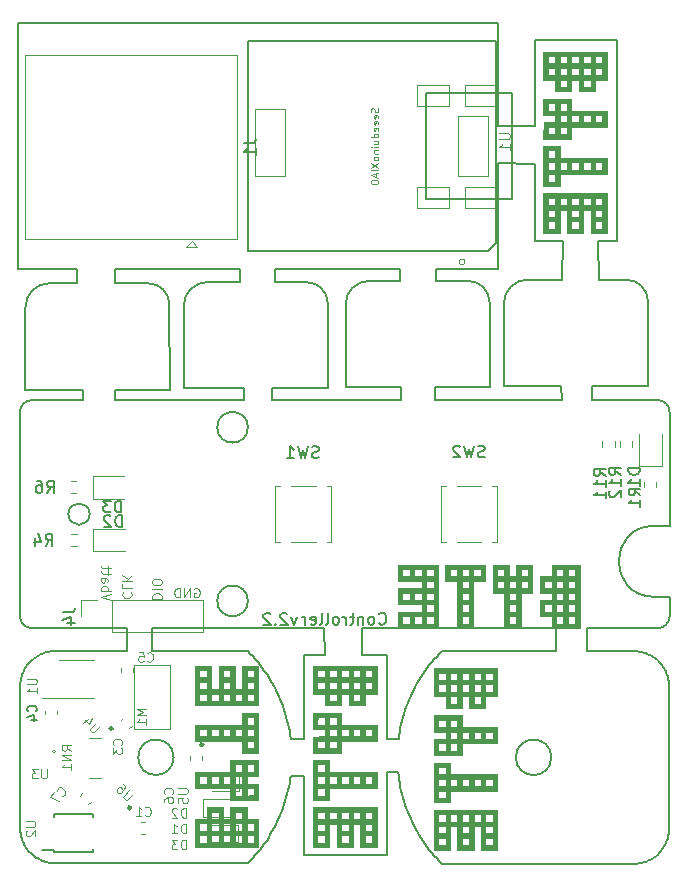
<source format=gbr>
%TF.GenerationSoftware,KiCad,Pcbnew,(5.1.10)-1*%
%TF.CreationDate,2021-10-05T13:13:14-05:00*%
%TF.ProjectId,BYTE_PANELkicad_pcb,42595445-5f50-4414-9e45-4c6b69636164,v2.2*%
%TF.SameCoordinates,Original*%
%TF.FileFunction,Legend,Bot*%
%TF.FilePolarity,Positive*%
%FSLAX46Y46*%
G04 Gerber Fmt 4.6, Leading zero omitted, Abs format (unit mm)*
G04 Created by KiCad (PCBNEW (5.1.10)-1) date 2021-10-05 13:13:14*
%MOMM*%
%LPD*%
G01*
G04 APERTURE LIST*
%TA.AperFunction,Profile*%
%ADD10C,0.200000*%
%TD*%
%ADD11C,0.150000*%
%ADD12C,0.120000*%
%ADD13C,0.010000*%
%ADD14C,0.250000*%
%ADD15C,0.066040*%
%ADD16C,0.127000*%
%ADD17C,0.100000*%
%ADD18C,0.101600*%
%ADD19C,0.076200*%
G04 APERTURE END LIST*
D10*
X145638100Y-94510004D02*
X145638100Y-96762180D01*
X142558100Y-96762180D02*
X142458100Y-94510004D01*
X145638100Y-96762180D02*
X147788100Y-96762180D01*
X162068100Y-94510004D02*
X145638100Y-94510004D01*
X147788100Y-96762180D02*
X147788100Y-103892180D01*
X140778100Y-103872180D02*
X140798100Y-96762180D01*
X157156100Y-55162180D02*
X160298100Y-55182180D01*
X160298100Y-51992180D02*
X157158100Y-51992180D01*
X160298100Y-61762180D02*
X160298100Y-55182180D01*
X157156100Y-43242180D02*
X157158100Y-51992180D01*
X162658100Y-61762180D02*
X162578100Y-65012180D01*
X165708100Y-65012180D02*
X165648100Y-61762180D01*
X167298100Y-61762180D02*
X165648100Y-61762180D01*
X168087294Y-65021970D02*
X165708100Y-65012180D01*
X148898100Y-64072180D02*
X148888100Y-65112180D01*
X151918100Y-64072180D02*
X151938100Y-65112180D01*
X154687294Y-65121970D02*
X151938100Y-65112180D01*
X157156100Y-64070180D02*
X151918100Y-64072180D01*
X162658100Y-61762180D02*
X160298100Y-61762180D01*
X160298100Y-51992180D02*
X160298100Y-44762180D01*
X160298100Y-44762180D02*
X167298100Y-44762180D01*
X167298100Y-44762180D02*
X167298100Y-61762180D01*
X147798100Y-106722180D02*
X147798100Y-113762180D01*
X140798100Y-96762180D02*
X142558100Y-96762180D01*
X140798100Y-113762180D02*
X140798100Y-107012180D01*
X147798100Y-113762180D02*
X140798100Y-113762180D01*
X138338100Y-65222180D02*
X138338100Y-64072180D01*
X135318100Y-64070180D02*
X135318100Y-65212180D01*
X135318100Y-65212180D02*
X132588100Y-65212180D01*
X148898100Y-64072180D02*
X138338100Y-64072180D01*
X124748100Y-64070180D02*
X124738100Y-65322180D01*
X121508100Y-65312180D02*
X121528100Y-64070180D01*
X135318100Y-64070180D02*
X124748100Y-64070180D01*
X127587294Y-65321970D02*
X124738100Y-65322180D01*
X162558100Y-74012180D02*
X162588100Y-75210004D01*
X165188100Y-75202180D02*
X165178100Y-74002180D01*
X165178100Y-74002180D02*
X169888100Y-74012180D01*
X165190000Y-75200004D02*
X170720000Y-75210004D01*
X151848100Y-74112180D02*
X151828100Y-75210004D01*
X149018100Y-75210004D02*
X149008100Y-74112180D01*
X151828100Y-75210004D02*
X162588100Y-75210004D01*
X151848100Y-74112180D02*
X156488100Y-74112180D01*
X138088100Y-74212180D02*
X138078100Y-75210004D01*
X135658100Y-74212180D02*
X135678100Y-75210004D01*
X138078100Y-75210004D02*
X149018100Y-75210004D01*
X130588100Y-74212180D02*
X135658100Y-74212180D01*
X122048100Y-75210004D02*
X122038100Y-74312180D01*
X124798100Y-75210004D02*
X124778100Y-74312180D01*
X124798100Y-75210004D02*
X135678100Y-75210004D01*
X124778100Y-74312180D02*
X129388100Y-74312180D01*
X169888100Y-74012180D02*
X169878310Y-66814500D01*
X157688100Y-74012180D02*
X157688100Y-67012180D01*
X157688100Y-74012180D02*
X162558100Y-74012180D01*
X157688100Y-67012180D02*
G75*
G02*
X159688100Y-65012180I2000000J0D01*
G01*
X168087294Y-65021969D02*
G75*
G02*
X169878309Y-66814499I806J-1790211D01*
G01*
X162578100Y-65012180D02*
X159688100Y-65012180D01*
X144288100Y-74112180D02*
X149008100Y-74112180D01*
X154687294Y-65121969D02*
G75*
G02*
X156478309Y-66914499I806J-1790211D01*
G01*
X156488100Y-74112180D02*
X156478310Y-66914500D01*
X148888100Y-65112180D02*
X146288100Y-65112180D01*
X144288100Y-67112180D02*
G75*
G02*
X146288100Y-65112180I2000000J0D01*
G01*
X144288100Y-74112180D02*
X144288100Y-67112180D01*
X138088100Y-74212180D02*
X142788100Y-74212180D01*
X140987294Y-65221969D02*
G75*
G02*
X142778309Y-67014499I806J-1790211D01*
G01*
X142788100Y-74212180D02*
X142778310Y-67014500D01*
X140985780Y-65221970D02*
X138338100Y-65222180D01*
X130588100Y-67212180D02*
G75*
G02*
X132588100Y-65212180I2000000J0D01*
G01*
X130588100Y-74212180D02*
X130588100Y-67212180D01*
X162068100Y-94510004D02*
X162068100Y-96462228D01*
X164768100Y-94510004D02*
X164768100Y-96462228D01*
X142458100Y-94510004D02*
X127868100Y-94510004D01*
X162068100Y-96462228D02*
X152439691Y-96462228D01*
X125768100Y-94510004D02*
X125768100Y-96442180D01*
X127868100Y-96442180D02*
X127868100Y-94510004D01*
X170720000Y-94510004D02*
X164768100Y-94510004D01*
X135996509Y-96442180D02*
X127868100Y-96442180D01*
X121508100Y-65312180D02*
X119188100Y-65312180D01*
X117188100Y-74312180D02*
X122038100Y-74312180D01*
X129388100Y-74312180D02*
X129378310Y-67114500D01*
X117188100Y-67312180D02*
G75*
G02*
X119188100Y-65312180I2000000J0D01*
G01*
X127587294Y-65321969D02*
G75*
G02*
X129378309Y-67114499I806J-1790211D01*
G01*
X117188100Y-74312180D02*
X117188100Y-67312180D01*
X149664215Y-100587209D02*
X149547799Y-100875525D01*
X149788569Y-100301830D02*
X149664215Y-100587209D01*
X151018880Y-98140002D02*
X150841610Y-98397203D01*
X148785800Y-103890832D02*
X147788100Y-103892180D01*
X147798100Y-106722180D02*
X148751404Y-106721733D01*
X149338778Y-101460413D02*
X149243528Y-101756746D01*
X150669631Y-98658399D02*
X150505589Y-98923432D01*
X148830779Y-103580469D02*
X148785800Y-103890832D01*
X151791463Y-97153663D02*
X151587734Y-97393613D01*
X148785800Y-107033576D02*
X148830779Y-107343939D01*
X149547799Y-100875525D02*
X149439320Y-101166646D01*
X150505589Y-98923432D02*
X150349485Y-99192195D01*
X149076841Y-102356449D02*
X149002758Y-102659582D01*
X149243528Y-101756746D02*
X149156216Y-102055460D01*
X151391942Y-97638088D02*
X151201443Y-97886928D01*
X168690379Y-96462228D02*
X164768100Y-96462228D01*
X168986712Y-96476886D02*
X168838545Y-96465906D01*
X151587734Y-97393613D02*
X151391942Y-97638088D01*
X152439691Y-96462228D02*
X152217441Y-96687838D01*
X149664215Y-110337199D02*
X149788569Y-110622578D01*
X149918215Y-110904914D02*
X150053152Y-111184049D01*
X149076841Y-108567959D02*
X149156216Y-108868948D01*
X149243528Y-109167662D02*
X149338778Y-109463995D01*
X149156216Y-108868948D02*
X149243528Y-109167662D01*
X149002758Y-108264826D02*
X149076841Y-108567959D01*
X150198673Y-111459851D02*
X150349485Y-111732213D01*
X149788569Y-110622578D02*
X149918215Y-110904914D01*
X169560857Y-114332508D02*
X169701086Y-114286523D01*
X148936612Y-102964707D02*
X148881050Y-103271716D01*
X169277753Y-114404025D02*
X169420628Y-114371719D01*
X170230252Y-114036598D02*
X170354606Y-113958149D01*
X149439320Y-109757762D02*
X149547799Y-110048883D01*
X149547799Y-110048883D02*
X149664215Y-110337199D01*
X169970961Y-114174552D02*
X170100606Y-114108776D01*
X169132233Y-114429319D02*
X169277753Y-114404025D01*
X149338778Y-109463995D02*
X149439320Y-109757762D01*
X170473668Y-113873536D02*
X170590085Y-113782810D01*
X168838545Y-114458502D02*
X168986712Y-114447522D01*
X148881050Y-107652692D02*
X148936612Y-107959701D01*
X150053152Y-111184049D02*
X150198673Y-111459851D01*
X171598146Y-112193460D02*
X171629896Y-112050188D01*
X148936612Y-107959701D02*
X149002758Y-108264826D01*
X149918215Y-100019494D02*
X149788569Y-100301830D01*
X169701086Y-96637885D02*
X169560857Y-96591900D01*
X152000483Y-96918369D02*
X151791463Y-97153663D01*
X148881050Y-103271716D02*
X148830779Y-103580469D01*
X150198673Y-99464557D02*
X150053152Y-99740359D01*
X168838545Y-96465906D02*
X168690379Y-96462228D01*
X152217441Y-96687838D02*
X152000483Y-96918369D01*
X171598146Y-98730948D02*
X171558459Y-98589713D01*
X150841610Y-98397203D02*
X150669631Y-98658399D01*
X171460563Y-98314150D02*
X171402355Y-98180351D01*
X151201443Y-97886928D02*
X151018880Y-98140002D01*
X150053152Y-99740359D02*
X149918215Y-100019494D01*
X148751404Y-106721733D02*
X148785800Y-107033576D01*
X149002758Y-102659582D02*
X148936612Y-102964707D01*
X149439320Y-101166646D02*
X149338778Y-101460413D01*
X150349485Y-99192195D02*
X150198673Y-99464557D01*
X169836023Y-96690563D02*
X169701086Y-96637885D01*
X148830779Y-107343939D02*
X148881050Y-107652692D01*
X149156216Y-102055460D02*
X149076841Y-102356449D01*
X171685459Y-99313454D02*
X171674875Y-99165711D01*
X169701086Y-114286523D02*
X169836023Y-114233845D01*
X152000483Y-114006039D02*
X152217441Y-114236570D01*
X151587734Y-113530795D02*
X151791463Y-113770745D01*
X151018880Y-112784406D02*
X151201443Y-113037480D01*
X171185397Y-113126591D02*
X171264772Y-113002476D01*
X171558459Y-112334695D02*
X171598146Y-112193460D01*
X171402355Y-112744057D02*
X171460563Y-112610258D01*
X150841610Y-112527205D02*
X151018880Y-112784406D01*
X150349485Y-111732213D02*
X150505589Y-112000976D01*
X168986712Y-114447522D02*
X169132233Y-114429319D01*
X170100606Y-114108776D02*
X170230252Y-114036598D01*
X150505589Y-112000976D02*
X150669631Y-112266009D01*
X171685459Y-111610954D02*
X171688104Y-111462206D01*
X161707278Y-105453754D02*
G75*
G03*
X161707278Y-105453754I-1500000J0D01*
G01*
X152217441Y-114236570D02*
X152439691Y-114462180D01*
X171656354Y-111905197D02*
X171674875Y-111758697D01*
X170590085Y-113782810D02*
X170703856Y-113686105D01*
X171629896Y-112050188D02*
X171656354Y-111905197D01*
X171100730Y-113247003D02*
X171185397Y-113126591D01*
X150669631Y-112266009D02*
X150841610Y-112527205D01*
X171674875Y-111758697D02*
X171685459Y-111610954D01*
X171336209Y-112874867D02*
X171402355Y-112744057D01*
X169836023Y-114233845D02*
X169970961Y-114174552D01*
X170230252Y-96887810D02*
X170100606Y-96815632D01*
X169132233Y-96495089D02*
X168986712Y-96476886D01*
X171688104Y-99462202D02*
X171685459Y-99313454D01*
X169970961Y-96749856D02*
X169836023Y-96690563D01*
X171010772Y-97560935D02*
X170912876Y-97448699D01*
X171264772Y-97921932D02*
X171185397Y-97797817D01*
X170473668Y-97050872D02*
X170354606Y-96966259D01*
X169560857Y-96591900D02*
X169420628Y-96552689D01*
X171674875Y-99165711D02*
X171656354Y-99019211D01*
X171185397Y-97797817D02*
X171100730Y-97677405D01*
X169277753Y-96520383D02*
X169132233Y-96495089D01*
X168690379Y-114462180D02*
X168838545Y-114458502D01*
X151391942Y-113286320D02*
X151587734Y-113530795D01*
X169420628Y-114371719D02*
X169560857Y-114332508D01*
X151791463Y-113770745D02*
X152000483Y-114006039D01*
X171460563Y-112610258D02*
X171513480Y-112473706D01*
X171010772Y-113363473D02*
X171100730Y-113247003D01*
X170703856Y-113686105D02*
X170809689Y-113583525D01*
X171513480Y-112473706D02*
X171558459Y-112334695D01*
X151201443Y-113037480D02*
X151391942Y-113286320D01*
X170912876Y-113475709D02*
X171010772Y-113363473D01*
X152439691Y-114462180D02*
X168690379Y-114462180D01*
X170354606Y-113958149D02*
X170473668Y-113873536D01*
X171264772Y-113002476D02*
X171336209Y-112874867D01*
X170809689Y-113583525D02*
X170912876Y-113475709D01*
X171402355Y-98180351D02*
X171336209Y-98049541D01*
X170703856Y-97238303D02*
X170590085Y-97141598D01*
X169420628Y-96552689D02*
X169277753Y-96520383D01*
X171336209Y-98049541D02*
X171264772Y-97921932D01*
X170354606Y-96966259D02*
X170230252Y-96887810D01*
X171629896Y-98874220D02*
X171598146Y-98730948D01*
X171688104Y-111462206D02*
X171688104Y-99462202D01*
X170912876Y-97448699D02*
X170809689Y-97340883D01*
X170809689Y-97340883D02*
X170703856Y-97238303D01*
X170590085Y-97141598D02*
X170473668Y-97050872D01*
X171656354Y-99019211D02*
X171629896Y-98874220D01*
X170100606Y-96815632D02*
X169970961Y-96749856D01*
X171558459Y-98589713D02*
X171513480Y-98450702D01*
X171100730Y-97677405D02*
X171010772Y-97560935D01*
X171513480Y-98450702D02*
X171460563Y-98314150D01*
D11*
X140148571Y-93585714D02*
X139910476Y-94252380D01*
X139672380Y-93585714D01*
X139339047Y-93347619D02*
X139291428Y-93300000D01*
X139196190Y-93252380D01*
X138958095Y-93252380D01*
X138862857Y-93300000D01*
X138815238Y-93347619D01*
X138767619Y-93442857D01*
X138767619Y-93538095D01*
X138815238Y-93680952D01*
X139386666Y-94252380D01*
X138767619Y-94252380D01*
X138339047Y-94157142D02*
X138291428Y-94204761D01*
X138339047Y-94252380D01*
X138386666Y-94204761D01*
X138339047Y-94157142D01*
X138339047Y-94252380D01*
X137910476Y-93347619D02*
X137862857Y-93300000D01*
X137767619Y-93252380D01*
X137529523Y-93252380D01*
X137434285Y-93300000D01*
X137386666Y-93347619D01*
X137339047Y-93442857D01*
X137339047Y-93538095D01*
X137386666Y-93680952D01*
X137958095Y-94252380D01*
X137339047Y-94252380D01*
D10*
X117720000Y-94510004D02*
G75*
G02*
X116720000Y-93510004I0J1000000D01*
G01*
X170720000Y-75210004D02*
G75*
G02*
X171720000Y-76210004I0J-1000000D01*
G01*
X170420000Y-91860004D02*
X171720000Y-91860004D01*
X125768100Y-94510004D02*
X117720000Y-94510004D01*
X116720000Y-76210004D02*
G75*
G02*
X117720000Y-75210004I1000000J0D01*
G01*
X122620000Y-84860004D02*
G75*
G03*
X122620000Y-84860004I-900000J0D01*
G01*
X136020001Y-77510004D02*
G75*
G03*
X136020001Y-77510004I-1300001J0D01*
G01*
X170420000Y-91860004D02*
G75*
G02*
X170420000Y-85860004I0J3000000D01*
G01*
X136020001Y-92210004D02*
G75*
G03*
X136020001Y-92210004I-1300001J0D01*
G01*
X171720000Y-91860004D02*
X171720000Y-93510004D01*
X171720000Y-93510004D02*
G75*
G02*
X170720000Y-94510004I-1000000J0D01*
G01*
X116720000Y-93510004D02*
X116720000Y-76210004D01*
X171720000Y-85860004D02*
X170420000Y-85860004D01*
X117720000Y-75210004D02*
X122048100Y-75210004D01*
X171720000Y-76210004D02*
X171720000Y-85860004D01*
D11*
X147114761Y-94117142D02*
X147162380Y-94164761D01*
X147305238Y-94212380D01*
X147400476Y-94212380D01*
X147543333Y-94164761D01*
X147638571Y-94069523D01*
X147686190Y-93974285D01*
X147733809Y-93783809D01*
X147733809Y-93640952D01*
X147686190Y-93450476D01*
X147638571Y-93355238D01*
X147543333Y-93260000D01*
X147400476Y-93212380D01*
X147305238Y-93212380D01*
X147162380Y-93260000D01*
X147114761Y-93307619D01*
X146543333Y-94212380D02*
X146638571Y-94164761D01*
X146686190Y-94117142D01*
X146733809Y-94021904D01*
X146733809Y-93736190D01*
X146686190Y-93640952D01*
X146638571Y-93593333D01*
X146543333Y-93545714D01*
X146400476Y-93545714D01*
X146305238Y-93593333D01*
X146257619Y-93640952D01*
X146210000Y-93736190D01*
X146210000Y-94021904D01*
X146257619Y-94117142D01*
X146305238Y-94164761D01*
X146400476Y-94212380D01*
X146543333Y-94212380D01*
X145781428Y-93545714D02*
X145781428Y-94212380D01*
X145781428Y-93640952D02*
X145733809Y-93593333D01*
X145638571Y-93545714D01*
X145495714Y-93545714D01*
X145400476Y-93593333D01*
X145352857Y-93688571D01*
X145352857Y-94212380D01*
X145019523Y-93545714D02*
X144638571Y-93545714D01*
X144876666Y-93212380D02*
X144876666Y-94069523D01*
X144829047Y-94164761D01*
X144733809Y-94212380D01*
X144638571Y-94212380D01*
X144305238Y-94212380D02*
X144305238Y-93545714D01*
X144305238Y-93736190D02*
X144257619Y-93640952D01*
X144210000Y-93593333D01*
X144114761Y-93545714D01*
X144019523Y-93545714D01*
X143543333Y-94212380D02*
X143638571Y-94164761D01*
X143686190Y-94117142D01*
X143733809Y-94021904D01*
X143733809Y-93736190D01*
X143686190Y-93640952D01*
X143638571Y-93593333D01*
X143543333Y-93545714D01*
X143400476Y-93545714D01*
X143305238Y-93593333D01*
X143257619Y-93640952D01*
X143210000Y-93736190D01*
X143210000Y-94021904D01*
X143257619Y-94117142D01*
X143305238Y-94164761D01*
X143400476Y-94212380D01*
X143543333Y-94212380D01*
X142638571Y-94212380D02*
X142733809Y-94164761D01*
X142781428Y-94069523D01*
X142781428Y-93212380D01*
X142114761Y-94212380D02*
X142210000Y-94164761D01*
X142257619Y-94069523D01*
X142257619Y-93212380D01*
X141352857Y-94164761D02*
X141448095Y-94212380D01*
X141638571Y-94212380D01*
X141733809Y-94164761D01*
X141781428Y-94069523D01*
X141781428Y-93688571D01*
X141733809Y-93593333D01*
X141638571Y-93545714D01*
X141448095Y-93545714D01*
X141352857Y-93593333D01*
X141305238Y-93688571D01*
X141305238Y-93783809D01*
X141781428Y-93879047D01*
X140876666Y-94212380D02*
X140876666Y-93545714D01*
X140876666Y-93736190D02*
X140829047Y-93640952D01*
X140781428Y-93593333D01*
X140686190Y-93545714D01*
X140590952Y-93545714D01*
D12*
X131479523Y-91160000D02*
X131555714Y-91121904D01*
X131670000Y-91121904D01*
X131784285Y-91160000D01*
X131860476Y-91236190D01*
X131898571Y-91312380D01*
X131936666Y-91464761D01*
X131936666Y-91579047D01*
X131898571Y-91731428D01*
X131860476Y-91807619D01*
X131784285Y-91883809D01*
X131670000Y-91921904D01*
X131593809Y-91921904D01*
X131479523Y-91883809D01*
X131441428Y-91845714D01*
X131441428Y-91579047D01*
X131593809Y-91579047D01*
X131098571Y-91921904D02*
X131098571Y-91121904D01*
X130641428Y-91921904D01*
X130641428Y-91121904D01*
X130260476Y-91921904D02*
X130260476Y-91121904D01*
X130070000Y-91121904D01*
X129955714Y-91160000D01*
X129879523Y-91236190D01*
X129841428Y-91312380D01*
X129803333Y-91464761D01*
X129803333Y-91579047D01*
X129841428Y-91731428D01*
X129879523Y-91807619D01*
X129955714Y-91883809D01*
X130070000Y-91921904D01*
X130260476Y-91921904D01*
X127928095Y-92019047D02*
X128728095Y-92019047D01*
X128728095Y-91828571D01*
X128690000Y-91714285D01*
X128613809Y-91638095D01*
X128537619Y-91600000D01*
X128385238Y-91561904D01*
X128270952Y-91561904D01*
X128118571Y-91600000D01*
X128042380Y-91638095D01*
X127966190Y-91714285D01*
X127928095Y-91828571D01*
X127928095Y-92019047D01*
X127928095Y-91219047D02*
X128728095Y-91219047D01*
X128728095Y-90685714D02*
X128728095Y-90533333D01*
X128690000Y-90457142D01*
X128613809Y-90380952D01*
X128461428Y-90342857D01*
X128194761Y-90342857D01*
X128042380Y-90380952D01*
X127966190Y-90457142D01*
X127928095Y-90533333D01*
X127928095Y-90685714D01*
X127966190Y-90761904D01*
X128042380Y-90838095D01*
X128194761Y-90876190D01*
X128461428Y-90876190D01*
X128613809Y-90838095D01*
X128690000Y-90761904D01*
X128728095Y-90685714D01*
X125454285Y-91476190D02*
X125416190Y-91514285D01*
X125378095Y-91628571D01*
X125378095Y-91704761D01*
X125416190Y-91819047D01*
X125492380Y-91895238D01*
X125568571Y-91933333D01*
X125720952Y-91971428D01*
X125835238Y-91971428D01*
X125987619Y-91933333D01*
X126063809Y-91895238D01*
X126140000Y-91819047D01*
X126178095Y-91704761D01*
X126178095Y-91628571D01*
X126140000Y-91514285D01*
X126101904Y-91476190D01*
X125378095Y-90752380D02*
X125378095Y-91133333D01*
X126178095Y-91133333D01*
X125378095Y-90485714D02*
X126178095Y-90485714D01*
X125378095Y-90028571D02*
X125835238Y-90371428D01*
X126178095Y-90028571D02*
X125720952Y-90485714D01*
X124408095Y-92157619D02*
X123608095Y-91890952D01*
X124408095Y-91624285D01*
X123608095Y-91357619D02*
X124408095Y-91357619D01*
X124103333Y-91357619D02*
X124141428Y-91281428D01*
X124141428Y-91129047D01*
X124103333Y-91052857D01*
X124065238Y-91014761D01*
X123989047Y-90976666D01*
X123760476Y-90976666D01*
X123684285Y-91014761D01*
X123646190Y-91052857D01*
X123608095Y-91129047D01*
X123608095Y-91281428D01*
X123646190Y-91357619D01*
X123608095Y-90290952D02*
X124027142Y-90290952D01*
X124103333Y-90329047D01*
X124141428Y-90405238D01*
X124141428Y-90557619D01*
X124103333Y-90633809D01*
X123646190Y-90290952D02*
X123608095Y-90367142D01*
X123608095Y-90557619D01*
X123646190Y-90633809D01*
X123722380Y-90671904D01*
X123798571Y-90671904D01*
X123874761Y-90633809D01*
X123912857Y-90557619D01*
X123912857Y-90367142D01*
X123950952Y-90290952D01*
X124141428Y-90024285D02*
X124141428Y-89719523D01*
X124408095Y-89910000D02*
X123722380Y-89910000D01*
X123646190Y-89871904D01*
X123608095Y-89795714D01*
X123608095Y-89719523D01*
X124141428Y-89567142D02*
X124141428Y-89262380D01*
X124408095Y-89452857D02*
X123722380Y-89452857D01*
X123646190Y-89414761D01*
X123608095Y-89338571D01*
X123608095Y-89262380D01*
D10*
X116748096Y-99442154D02*
X116748096Y-111442158D01*
X116806304Y-112030140D02*
X116838054Y-112173412D01*
X118081594Y-113938101D02*
X118205948Y-114016550D01*
X119015572Y-114351671D02*
X119158447Y-114383977D01*
X117099991Y-112854819D02*
X117171428Y-112982428D01*
X117732344Y-113666057D02*
X117846115Y-113762762D01*
X117033845Y-112724009D02*
X117099991Y-112854819D01*
X117962532Y-113853488D02*
X118081594Y-113938101D01*
X116761325Y-111738649D02*
X116779846Y-111885149D01*
X117250803Y-113106543D02*
X117335470Y-113226955D01*
X119158447Y-114383977D02*
X119303967Y-114409271D01*
X118205948Y-114016550D02*
X118335594Y-114088728D01*
X117171428Y-112982428D02*
X117250803Y-113106543D01*
X118875343Y-114312460D02*
X119015572Y-114351671D01*
X117425428Y-113343425D02*
X117523324Y-113455661D01*
X118465239Y-114154504D02*
X118600177Y-114213797D01*
X116748096Y-111442158D02*
X116750741Y-111590906D01*
X119303967Y-114409271D02*
X119449488Y-114427474D01*
X116922720Y-112453658D02*
X116975637Y-112590210D01*
X117335470Y-113226955D02*
X117425428Y-113343425D01*
X116877741Y-112314647D02*
X116922720Y-112453658D01*
X118335594Y-114088728D02*
X118465239Y-114154504D01*
X116779846Y-111885149D02*
X116806304Y-112030140D01*
X117846115Y-113762762D02*
X117962532Y-113853488D01*
X117626511Y-113563477D02*
X117732344Y-113666057D01*
X117523324Y-113455661D02*
X117626511Y-113563477D01*
X116750741Y-111590906D02*
X116761325Y-111738649D01*
X116975637Y-112590210D02*
X117033845Y-112724009D01*
X118735114Y-114266475D02*
X118875343Y-114312460D01*
X116838054Y-112173412D02*
X116877741Y-112314647D01*
X118600177Y-114213797D02*
X118735114Y-114266475D01*
X119597655Y-114438454D02*
X119745821Y-114442132D01*
X139555150Y-107632644D02*
X139605421Y-107323891D01*
X136218759Y-114216522D02*
X136435717Y-113985991D01*
X136435717Y-113985991D02*
X136644737Y-113750697D01*
X137234757Y-113017432D02*
X137417320Y-112764358D01*
X137594590Y-112507157D02*
X137766569Y-112245961D01*
X138086715Y-111712165D02*
X138237527Y-111439803D01*
X138237527Y-111439803D02*
X138383048Y-111164001D01*
X138517985Y-110884866D02*
X138647631Y-110602530D01*
X139279984Y-108848900D02*
X139359359Y-108547911D01*
X138996880Y-109737714D02*
X139097422Y-109443947D01*
X139433442Y-108244778D02*
X139499588Y-107939653D01*
X139605421Y-103560421D02*
X139555150Y-103251668D01*
X140778100Y-103872180D02*
X139650400Y-103870784D01*
X138383048Y-111164001D02*
X138517985Y-110884866D01*
X139097422Y-109443947D02*
X139192672Y-109147614D01*
X139650400Y-107013528D02*
X140798100Y-107012180D01*
X139359359Y-108547911D02*
X139433442Y-108244778D01*
X135996509Y-114442132D02*
X136218759Y-114216522D01*
X136644737Y-113750697D02*
X136848466Y-113510747D01*
X136848466Y-113510747D02*
X137044258Y-113266272D01*
X137417320Y-112764358D02*
X137594590Y-112507157D01*
X138647631Y-110602530D02*
X138771985Y-110317151D01*
X138771985Y-110317151D02*
X138888401Y-110028835D01*
X119449488Y-114427474D02*
X119597655Y-114438454D01*
X119745821Y-114442132D02*
X135996509Y-114442132D01*
X137044258Y-113266272D02*
X137234757Y-113017432D01*
X137930611Y-111980928D02*
X138086715Y-111712165D01*
X139192672Y-109147614D02*
X139279984Y-108848900D01*
X139650400Y-103870784D02*
X139605421Y-103560421D01*
X138888401Y-110028835D02*
X138996880Y-109737714D01*
X139605421Y-107323891D02*
X139650400Y-107013528D01*
X137766569Y-112245961D02*
X137930611Y-111980928D01*
X139499588Y-107939653D02*
X139555150Y-107632644D01*
X139279984Y-102035412D02*
X139192672Y-101736698D01*
X138647631Y-100281782D02*
X138517985Y-99999446D01*
X138237527Y-99444509D02*
X138086715Y-99172147D01*
X139555150Y-103251668D02*
X139499588Y-102944659D01*
X139499588Y-102944659D02*
X139433442Y-102639534D01*
X139433442Y-102639534D02*
X139359359Y-102336401D01*
X138996880Y-101146598D02*
X138888401Y-100855477D01*
X138771985Y-100567161D02*
X138647631Y-100281782D01*
X139192672Y-101736698D02*
X139097422Y-101440365D01*
X139359359Y-102336401D02*
X139279984Y-102035412D01*
X139097422Y-101440365D02*
X138996880Y-101146598D01*
X138888401Y-100855477D02*
X138771985Y-100567161D01*
X138383048Y-99720311D02*
X138237527Y-99444509D01*
X138517985Y-99999446D02*
X138383048Y-99720311D01*
X116838054Y-98710900D02*
X116806304Y-98854172D01*
X119597655Y-96445858D02*
X119449488Y-96456838D01*
X117962532Y-97030824D02*
X117846115Y-97121550D01*
X119303967Y-96475041D02*
X119158447Y-96500335D01*
X118465239Y-96729808D02*
X118335594Y-96795584D01*
X118205948Y-96867762D02*
X118081594Y-96946211D01*
X119158447Y-96500335D02*
X119015572Y-96532641D01*
X118875343Y-96571852D02*
X118735114Y-96617837D01*
X116806304Y-98854172D02*
X116779846Y-98999163D01*
X138086715Y-99172147D02*
X137930611Y-98903384D01*
X136218759Y-96667790D02*
X135996509Y-96442180D01*
X137930611Y-98903384D02*
X137766569Y-98638351D01*
X137766569Y-98638351D02*
X137594590Y-98377155D01*
X118600177Y-96670515D02*
X118465239Y-96729808D01*
X137594590Y-98377155D02*
X137417320Y-98119954D01*
X137417320Y-98119954D02*
X137234757Y-97866880D01*
X116750741Y-99293406D02*
X116748096Y-99442154D01*
X136848466Y-97373565D02*
X136644737Y-97133615D01*
X117335470Y-97657357D02*
X117250803Y-97777769D01*
X117250803Y-97777769D02*
X117171428Y-97901884D01*
X117099991Y-98029493D02*
X117033845Y-98160303D01*
X116761325Y-99145663D02*
X116750741Y-99293406D01*
X136435717Y-96898321D02*
X136218759Y-96667790D01*
X118735114Y-96617837D02*
X118600177Y-96670515D01*
X118335594Y-96795584D02*
X118205948Y-96867762D01*
X117846115Y-97121550D02*
X117732344Y-97218255D01*
X116779846Y-98999163D02*
X116761325Y-99145663D01*
X129728922Y-105450606D02*
G75*
G03*
X129728922Y-105450606I-1500000J0D01*
G01*
X119449488Y-96456838D02*
X119303967Y-96475041D01*
X117033845Y-98160303D02*
X116975637Y-98294102D01*
X116877741Y-98569665D02*
X116838054Y-98710900D01*
X117732344Y-97218255D02*
X117626511Y-97320835D01*
X117523324Y-97428651D02*
X117425428Y-97540887D01*
X117425428Y-97540887D02*
X117335470Y-97657357D01*
X116975637Y-98294102D02*
X116922720Y-98430654D01*
X116922720Y-98430654D02*
X116877741Y-98569665D01*
X137234757Y-97866880D02*
X137044258Y-97618040D01*
X117171428Y-97901884D02*
X117099991Y-98029493D01*
X137044258Y-97618040D02*
X136848466Y-97373565D01*
X136644737Y-97133615D02*
X136435717Y-96898321D01*
X117626511Y-97320835D02*
X117523324Y-97428651D01*
X118081594Y-96946211D02*
X117962532Y-97030824D01*
X125768100Y-96442180D02*
X119745821Y-96442180D01*
X119015572Y-96532641D02*
X118875343Y-96571852D01*
X119745821Y-96442180D02*
X119597655Y-96445858D01*
X116516100Y-43242180D02*
X157156100Y-43242180D01*
X116516100Y-64070180D02*
X116516100Y-43242180D01*
X121528100Y-64070180D02*
X116516100Y-64070180D01*
X157156100Y-55162180D02*
X157156100Y-64070180D01*
D13*
%TO.C,Ref\u002A\u002A*%
G36*
X166418267Y-45697180D02*
G01*
X166418267Y-48067846D01*
X165402267Y-48067846D01*
X165402267Y-47708013D01*
X166037267Y-47708013D01*
X166037267Y-47073013D01*
X165402267Y-47073013D01*
X165402267Y-46692013D01*
X166037267Y-46692013D01*
X166037267Y-46078180D01*
X165402267Y-46078180D01*
X165402267Y-46692013D01*
X165402267Y-47073013D01*
X165402267Y-47708013D01*
X165402267Y-48067846D01*
X165402267Y-49062680D01*
X164407434Y-49062680D01*
X164407434Y-48702846D01*
X165042434Y-48702846D01*
X165042434Y-48067846D01*
X164407434Y-48067846D01*
X164407434Y-47708013D01*
X165042434Y-47708013D01*
X165042434Y-47073013D01*
X164407434Y-47073013D01*
X164407434Y-46692013D01*
X165042434Y-46692013D01*
X165042434Y-46078180D01*
X164407434Y-46078180D01*
X164407434Y-46692013D01*
X164407434Y-47073013D01*
X164407434Y-47708013D01*
X164407434Y-48067846D01*
X164407434Y-48702846D01*
X164407434Y-49062680D01*
X164047600Y-49062680D01*
X164047600Y-48067846D01*
X163412600Y-48067846D01*
X163412600Y-47708013D01*
X164047600Y-47708013D01*
X164047600Y-47073013D01*
X163412600Y-47073013D01*
X163412600Y-46692013D01*
X164047600Y-46692013D01*
X164047600Y-46078180D01*
X163412600Y-46078180D01*
X163412600Y-46692013D01*
X163412600Y-47073013D01*
X163412600Y-47708013D01*
X163412600Y-48067846D01*
X163412600Y-49062680D01*
X162417767Y-49062680D01*
X162417767Y-48702846D01*
X163031600Y-48702846D01*
X163031600Y-48067846D01*
X162417767Y-48067846D01*
X162417767Y-47708013D01*
X163031600Y-47708013D01*
X163031600Y-47073013D01*
X162417767Y-47073013D01*
X162417767Y-46692013D01*
X163031600Y-46692013D01*
X163031600Y-46078180D01*
X162417767Y-46078180D01*
X162417767Y-46692013D01*
X162417767Y-47073013D01*
X162417767Y-47708013D01*
X162417767Y-48067846D01*
X162417767Y-48702846D01*
X162417767Y-49062680D01*
X162036767Y-49062680D01*
X162036767Y-48067846D01*
X161401767Y-48067846D01*
X161401767Y-47708013D01*
X162036767Y-47708013D01*
X162036767Y-47073013D01*
X161401767Y-47073013D01*
X161401767Y-46692013D01*
X162036767Y-46692013D01*
X162036767Y-46078180D01*
X161401767Y-46078180D01*
X161401767Y-46692013D01*
X161401767Y-47073013D01*
X161401767Y-47708013D01*
X161401767Y-48067846D01*
X161041934Y-48067846D01*
X161041934Y-45697180D01*
X166418267Y-45697180D01*
G37*
X166418267Y-45697180D02*
X166418267Y-48067846D01*
X165402267Y-48067846D01*
X165402267Y-47708013D01*
X166037267Y-47708013D01*
X166037267Y-47073013D01*
X165402267Y-47073013D01*
X165402267Y-46692013D01*
X166037267Y-46692013D01*
X166037267Y-46078180D01*
X165402267Y-46078180D01*
X165402267Y-46692013D01*
X165402267Y-47073013D01*
X165402267Y-47708013D01*
X165402267Y-48067846D01*
X165402267Y-49062680D01*
X164407434Y-49062680D01*
X164407434Y-48702846D01*
X165042434Y-48702846D01*
X165042434Y-48067846D01*
X164407434Y-48067846D01*
X164407434Y-47708013D01*
X165042434Y-47708013D01*
X165042434Y-47073013D01*
X164407434Y-47073013D01*
X164407434Y-46692013D01*
X165042434Y-46692013D01*
X165042434Y-46078180D01*
X164407434Y-46078180D01*
X164407434Y-46692013D01*
X164407434Y-47073013D01*
X164407434Y-47708013D01*
X164407434Y-48067846D01*
X164407434Y-48702846D01*
X164407434Y-49062680D01*
X164047600Y-49062680D01*
X164047600Y-48067846D01*
X163412600Y-48067846D01*
X163412600Y-47708013D01*
X164047600Y-47708013D01*
X164047600Y-47073013D01*
X163412600Y-47073013D01*
X163412600Y-46692013D01*
X164047600Y-46692013D01*
X164047600Y-46078180D01*
X163412600Y-46078180D01*
X163412600Y-46692013D01*
X163412600Y-47073013D01*
X163412600Y-47708013D01*
X163412600Y-48067846D01*
X163412600Y-49062680D01*
X162417767Y-49062680D01*
X162417767Y-48702846D01*
X163031600Y-48702846D01*
X163031600Y-48067846D01*
X162417767Y-48067846D01*
X162417767Y-47708013D01*
X163031600Y-47708013D01*
X163031600Y-47073013D01*
X162417767Y-47073013D01*
X162417767Y-46692013D01*
X163031600Y-46692013D01*
X163031600Y-46078180D01*
X162417767Y-46078180D01*
X162417767Y-46692013D01*
X162417767Y-47073013D01*
X162417767Y-47708013D01*
X162417767Y-48067846D01*
X162417767Y-48702846D01*
X162417767Y-49062680D01*
X162036767Y-49062680D01*
X162036767Y-48067846D01*
X161401767Y-48067846D01*
X161401767Y-47708013D01*
X162036767Y-47708013D01*
X162036767Y-47073013D01*
X161401767Y-47073013D01*
X161401767Y-46692013D01*
X162036767Y-46692013D01*
X162036767Y-46078180D01*
X161401767Y-46078180D01*
X161401767Y-46692013D01*
X161401767Y-47073013D01*
X161401767Y-47708013D01*
X161401767Y-48067846D01*
X161041934Y-48067846D01*
X161041934Y-45697180D01*
X166418267Y-45697180D01*
G36*
X161052517Y-51697930D02*
G01*
X162036767Y-51686566D01*
X162036767Y-51073513D01*
X162036767Y-50692513D01*
X162036767Y-50056381D01*
X161724559Y-50062239D01*
X161412350Y-50068096D01*
X161406493Y-50380305D01*
X161400635Y-50692513D01*
X162036767Y-50692513D01*
X162036767Y-51073513D01*
X161041934Y-51073513D01*
X161041934Y-49697680D01*
X163412600Y-49697680D01*
X163412600Y-50692513D01*
X166418267Y-50692513D01*
X166418267Y-52068346D01*
X165402267Y-52068346D01*
X165402267Y-51687346D01*
X166037267Y-51687346D01*
X166037267Y-51073513D01*
X165402267Y-51073513D01*
X165402267Y-51687346D01*
X165402267Y-52068346D01*
X164407434Y-52068346D01*
X164407434Y-51687346D01*
X165042434Y-51687346D01*
X165042434Y-51073513D01*
X164407434Y-51073513D01*
X164407434Y-51687346D01*
X164407434Y-52068346D01*
X163412600Y-52068346D01*
X163412600Y-51687346D01*
X164047600Y-51687346D01*
X164047600Y-51073513D01*
X163412600Y-51073513D01*
X163412600Y-51687346D01*
X163412600Y-52068346D01*
X163412600Y-53063180D01*
X162417767Y-53063180D01*
X162417767Y-52703346D01*
X163031600Y-52703346D01*
X163031600Y-52068346D01*
X162417767Y-52068346D01*
X162417767Y-51687346D01*
X163031600Y-51687346D01*
X163031600Y-51073513D01*
X162417767Y-51073513D01*
X162417767Y-50692513D01*
X163031600Y-50692513D01*
X163031600Y-50057513D01*
X162417767Y-50057513D01*
X162417767Y-50692513D01*
X162417767Y-51073513D01*
X162417767Y-51687346D01*
X162417767Y-52068346D01*
X162417767Y-52703346D01*
X162417767Y-53063180D01*
X161401767Y-53063180D01*
X161401767Y-52703346D01*
X162036767Y-52703346D01*
X162036767Y-52068346D01*
X161401767Y-52068346D01*
X161401767Y-52703346D01*
X161401767Y-53063180D01*
X161041347Y-53063180D01*
X161052517Y-51697930D01*
G37*
X161052517Y-51697930D02*
X162036767Y-51686566D01*
X162036767Y-51073513D01*
X162036767Y-50692513D01*
X162036767Y-50056381D01*
X161724559Y-50062239D01*
X161412350Y-50068096D01*
X161406493Y-50380305D01*
X161400635Y-50692513D01*
X162036767Y-50692513D01*
X162036767Y-51073513D01*
X161041934Y-51073513D01*
X161041934Y-49697680D01*
X163412600Y-49697680D01*
X163412600Y-50692513D01*
X166418267Y-50692513D01*
X166418267Y-52068346D01*
X165402267Y-52068346D01*
X165402267Y-51687346D01*
X166037267Y-51687346D01*
X166037267Y-51073513D01*
X165402267Y-51073513D01*
X165402267Y-51687346D01*
X165402267Y-52068346D01*
X164407434Y-52068346D01*
X164407434Y-51687346D01*
X165042434Y-51687346D01*
X165042434Y-51073513D01*
X164407434Y-51073513D01*
X164407434Y-51687346D01*
X164407434Y-52068346D01*
X163412600Y-52068346D01*
X163412600Y-51687346D01*
X164047600Y-51687346D01*
X164047600Y-51073513D01*
X163412600Y-51073513D01*
X163412600Y-51687346D01*
X163412600Y-52068346D01*
X163412600Y-53063180D01*
X162417767Y-53063180D01*
X162417767Y-52703346D01*
X163031600Y-52703346D01*
X163031600Y-52068346D01*
X162417767Y-52068346D01*
X162417767Y-51687346D01*
X163031600Y-51687346D01*
X163031600Y-51073513D01*
X162417767Y-51073513D01*
X162417767Y-50692513D01*
X163031600Y-50692513D01*
X163031600Y-50057513D01*
X162417767Y-50057513D01*
X162417767Y-50692513D01*
X162417767Y-51073513D01*
X162417767Y-51687346D01*
X162417767Y-52068346D01*
X162417767Y-52703346D01*
X162417767Y-53063180D01*
X161401767Y-53063180D01*
X161401767Y-52703346D01*
X162036767Y-52703346D01*
X162036767Y-52068346D01*
X161401767Y-52068346D01*
X161401767Y-52703346D01*
X161401767Y-53063180D01*
X161041347Y-53063180D01*
X161052517Y-51697930D01*
G36*
X162417767Y-53698180D02*
G01*
X162417767Y-54693013D01*
X166418267Y-54693013D01*
X166418267Y-56068846D01*
X165402267Y-56068846D01*
X165402267Y-55687846D01*
X166037267Y-55687846D01*
X166037267Y-55074013D01*
X165402267Y-55074013D01*
X165402267Y-55687846D01*
X165402267Y-56068846D01*
X164407434Y-56068846D01*
X164407434Y-55687846D01*
X165042434Y-55687846D01*
X165042434Y-55074013D01*
X164407434Y-55074013D01*
X164407434Y-55687846D01*
X164407434Y-56068846D01*
X163412600Y-56068846D01*
X163412600Y-55687846D01*
X164047600Y-55687846D01*
X164047600Y-55074013D01*
X163412600Y-55074013D01*
X163412600Y-55687846D01*
X163412600Y-56068846D01*
X162417767Y-56068846D01*
X162417767Y-55687846D01*
X163031600Y-55687846D01*
X163031600Y-55074013D01*
X162417767Y-55074013D01*
X162417767Y-55687846D01*
X162417767Y-56068846D01*
X162417767Y-57063680D01*
X161401767Y-57063680D01*
X161401767Y-56703846D01*
X162036767Y-56703846D01*
X162036767Y-56068846D01*
X161401767Y-56068846D01*
X161401767Y-55687846D01*
X162036767Y-55687846D01*
X162036767Y-55074013D01*
X161401767Y-55074013D01*
X161401767Y-54693013D01*
X162036767Y-54693013D01*
X162036767Y-54058013D01*
X161401767Y-54058013D01*
X161401767Y-54693013D01*
X161401767Y-55074013D01*
X161401767Y-55687846D01*
X161401767Y-56068846D01*
X161401767Y-56703846D01*
X161401767Y-57063680D01*
X161041934Y-57063680D01*
X161041934Y-53698180D01*
X162417767Y-53698180D01*
G37*
X162417767Y-53698180D02*
X162417767Y-54693013D01*
X166418267Y-54693013D01*
X166418267Y-56068846D01*
X165402267Y-56068846D01*
X165402267Y-55687846D01*
X166037267Y-55687846D01*
X166037267Y-55074013D01*
X165402267Y-55074013D01*
X165402267Y-55687846D01*
X165402267Y-56068846D01*
X164407434Y-56068846D01*
X164407434Y-55687846D01*
X165042434Y-55687846D01*
X165042434Y-55074013D01*
X164407434Y-55074013D01*
X164407434Y-55687846D01*
X164407434Y-56068846D01*
X163412600Y-56068846D01*
X163412600Y-55687846D01*
X164047600Y-55687846D01*
X164047600Y-55074013D01*
X163412600Y-55074013D01*
X163412600Y-55687846D01*
X163412600Y-56068846D01*
X162417767Y-56068846D01*
X162417767Y-55687846D01*
X163031600Y-55687846D01*
X163031600Y-55074013D01*
X162417767Y-55074013D01*
X162417767Y-55687846D01*
X162417767Y-56068846D01*
X162417767Y-57063680D01*
X161401767Y-57063680D01*
X161401767Y-56703846D01*
X162036767Y-56703846D01*
X162036767Y-56068846D01*
X161401767Y-56068846D01*
X161401767Y-55687846D01*
X162036767Y-55687846D01*
X162036767Y-55074013D01*
X161401767Y-55074013D01*
X161401767Y-54693013D01*
X162036767Y-54693013D01*
X162036767Y-54058013D01*
X161401767Y-54058013D01*
X161401767Y-54693013D01*
X161401767Y-55074013D01*
X161401767Y-55687846D01*
X161401767Y-56068846D01*
X161401767Y-56703846D01*
X161401767Y-57063680D01*
X161041934Y-57063680D01*
X161041934Y-53698180D01*
X162417767Y-53698180D01*
G36*
X166418267Y-57698680D02*
G01*
X166418267Y-61064180D01*
X165402267Y-61064180D01*
X165402267Y-60704346D01*
X166037267Y-60704346D01*
X166037267Y-60069346D01*
X165402267Y-60069346D01*
X165402267Y-59688346D01*
X166037267Y-59688346D01*
X166037267Y-59074513D01*
X165402267Y-59074513D01*
X165402267Y-58693513D01*
X166037267Y-58693513D01*
X166037267Y-58058513D01*
X165402267Y-58058513D01*
X165402267Y-58693513D01*
X165402267Y-59074513D01*
X165402267Y-59688346D01*
X165402267Y-60069346D01*
X165402267Y-60704346D01*
X165402267Y-61064180D01*
X165042434Y-61064180D01*
X165042434Y-59074513D01*
X164407434Y-59074513D01*
X164407434Y-58693513D01*
X165042434Y-58693513D01*
X165042434Y-58058513D01*
X164407434Y-58058513D01*
X164407434Y-58693513D01*
X164407434Y-59074513D01*
X164407434Y-61064180D01*
X163412600Y-61064180D01*
X163412600Y-60704346D01*
X164047600Y-60704346D01*
X164047600Y-60069346D01*
X163412600Y-60069346D01*
X163412600Y-59688346D01*
X164047600Y-59688346D01*
X164047600Y-59074513D01*
X163412600Y-59074513D01*
X163412600Y-58693513D01*
X164047600Y-58693513D01*
X164047600Y-58058513D01*
X163412600Y-58058513D01*
X163412600Y-58693513D01*
X163412600Y-59074513D01*
X163412600Y-59688346D01*
X163412600Y-60069346D01*
X163412600Y-60704346D01*
X163412600Y-61064180D01*
X163031600Y-61064180D01*
X163031600Y-59074513D01*
X162417767Y-59074513D01*
X162417767Y-58693513D01*
X163031600Y-58693513D01*
X163031600Y-58058513D01*
X162417767Y-58058513D01*
X162417767Y-58693513D01*
X162417767Y-59074513D01*
X162417767Y-61064180D01*
X161401767Y-61064180D01*
X161401767Y-60704346D01*
X162036767Y-60704346D01*
X162036767Y-60069346D01*
X161401767Y-60069346D01*
X161401767Y-59688346D01*
X162036767Y-59688346D01*
X162036767Y-59074513D01*
X161401767Y-59074513D01*
X161401767Y-58693513D01*
X162036767Y-58693513D01*
X162036767Y-58058513D01*
X161401767Y-58058513D01*
X161401767Y-58693513D01*
X161401767Y-59074513D01*
X161401767Y-59688346D01*
X161401767Y-60069346D01*
X161401767Y-60704346D01*
X161401767Y-61064180D01*
X161041934Y-61064180D01*
X161041934Y-57698680D01*
X166418267Y-57698680D01*
G37*
X166418267Y-57698680D02*
X166418267Y-61064180D01*
X165402267Y-61064180D01*
X165402267Y-60704346D01*
X166037267Y-60704346D01*
X166037267Y-60069346D01*
X165402267Y-60069346D01*
X165402267Y-59688346D01*
X166037267Y-59688346D01*
X166037267Y-59074513D01*
X165402267Y-59074513D01*
X165402267Y-58693513D01*
X166037267Y-58693513D01*
X166037267Y-58058513D01*
X165402267Y-58058513D01*
X165402267Y-58693513D01*
X165402267Y-59074513D01*
X165402267Y-59688346D01*
X165402267Y-60069346D01*
X165402267Y-60704346D01*
X165402267Y-61064180D01*
X165042434Y-61064180D01*
X165042434Y-59074513D01*
X164407434Y-59074513D01*
X164407434Y-58693513D01*
X165042434Y-58693513D01*
X165042434Y-58058513D01*
X164407434Y-58058513D01*
X164407434Y-58693513D01*
X164407434Y-59074513D01*
X164407434Y-61064180D01*
X163412600Y-61064180D01*
X163412600Y-60704346D01*
X164047600Y-60704346D01*
X164047600Y-60069346D01*
X163412600Y-60069346D01*
X163412600Y-59688346D01*
X164047600Y-59688346D01*
X164047600Y-59074513D01*
X163412600Y-59074513D01*
X163412600Y-58693513D01*
X164047600Y-58693513D01*
X164047600Y-58058513D01*
X163412600Y-58058513D01*
X163412600Y-58693513D01*
X163412600Y-59074513D01*
X163412600Y-59688346D01*
X163412600Y-60069346D01*
X163412600Y-60704346D01*
X163412600Y-61064180D01*
X163031600Y-61064180D01*
X163031600Y-59074513D01*
X162417767Y-59074513D01*
X162417767Y-58693513D01*
X163031600Y-58693513D01*
X163031600Y-58058513D01*
X162417767Y-58058513D01*
X162417767Y-58693513D01*
X162417767Y-59074513D01*
X162417767Y-61064180D01*
X161401767Y-61064180D01*
X161401767Y-60704346D01*
X162036767Y-60704346D01*
X162036767Y-60069346D01*
X161401767Y-60069346D01*
X161401767Y-59688346D01*
X162036767Y-59688346D01*
X162036767Y-59074513D01*
X161401767Y-59074513D01*
X161401767Y-58693513D01*
X162036767Y-58693513D01*
X162036767Y-58058513D01*
X161401767Y-58058513D01*
X161401767Y-58693513D01*
X161401767Y-59074513D01*
X161401767Y-59688346D01*
X161401767Y-60069346D01*
X161401767Y-60704346D01*
X161401767Y-61064180D01*
X161041934Y-61064180D01*
X161041934Y-57698680D01*
X166418267Y-57698680D01*
G36*
X146918267Y-109698680D02*
G01*
X146918267Y-113064180D01*
X145902267Y-113064180D01*
X145902267Y-112704346D01*
X146537267Y-112704346D01*
X146537267Y-112069346D01*
X145902267Y-112069346D01*
X145902267Y-111688346D01*
X146537267Y-111688346D01*
X146537267Y-111074513D01*
X145902267Y-111074513D01*
X145902267Y-110693513D01*
X146537267Y-110693513D01*
X146537267Y-110058513D01*
X145902267Y-110058513D01*
X145902267Y-110693513D01*
X145902267Y-111074513D01*
X145902267Y-111688346D01*
X145902267Y-112069346D01*
X145902267Y-112704346D01*
X145902267Y-113064180D01*
X145542434Y-113064180D01*
X145542434Y-111074513D01*
X144907434Y-111074513D01*
X144907434Y-110693513D01*
X145542434Y-110693513D01*
X145542434Y-110058513D01*
X144907434Y-110058513D01*
X144907434Y-110693513D01*
X144907434Y-111074513D01*
X144907434Y-113064180D01*
X143912600Y-113064180D01*
X143912600Y-112704346D01*
X144547600Y-112704346D01*
X144547600Y-112069346D01*
X143912600Y-112069346D01*
X143912600Y-111688346D01*
X144547600Y-111688346D01*
X144547600Y-111074513D01*
X143912600Y-111074513D01*
X143912600Y-110693513D01*
X144547600Y-110693513D01*
X144547600Y-110058513D01*
X143912600Y-110058513D01*
X143912600Y-110693513D01*
X143912600Y-111074513D01*
X143912600Y-111688346D01*
X143912600Y-112069346D01*
X143912600Y-112704346D01*
X143912600Y-113064180D01*
X143531600Y-113064180D01*
X143531600Y-111074513D01*
X142917767Y-111074513D01*
X142917767Y-110693513D01*
X143531600Y-110693513D01*
X143531600Y-110058513D01*
X142917767Y-110058513D01*
X142917767Y-110693513D01*
X142917767Y-111074513D01*
X142917767Y-113064180D01*
X141901767Y-113064180D01*
X141901767Y-112704346D01*
X142536767Y-112704346D01*
X142536767Y-112069346D01*
X141901767Y-112069346D01*
X141901767Y-111688346D01*
X142536767Y-111688346D01*
X142536767Y-111074513D01*
X141901767Y-111074513D01*
X141901767Y-110693513D01*
X142536767Y-110693513D01*
X142536767Y-110058513D01*
X141901767Y-110058513D01*
X141901767Y-110693513D01*
X141901767Y-111074513D01*
X141901767Y-111688346D01*
X141901767Y-112069346D01*
X141901767Y-112704346D01*
X141901767Y-113064180D01*
X141541934Y-113064180D01*
X141541934Y-109698680D01*
X146918267Y-109698680D01*
G37*
X146918267Y-109698680D02*
X146918267Y-113064180D01*
X145902267Y-113064180D01*
X145902267Y-112704346D01*
X146537267Y-112704346D01*
X146537267Y-112069346D01*
X145902267Y-112069346D01*
X145902267Y-111688346D01*
X146537267Y-111688346D01*
X146537267Y-111074513D01*
X145902267Y-111074513D01*
X145902267Y-110693513D01*
X146537267Y-110693513D01*
X146537267Y-110058513D01*
X145902267Y-110058513D01*
X145902267Y-110693513D01*
X145902267Y-111074513D01*
X145902267Y-111688346D01*
X145902267Y-112069346D01*
X145902267Y-112704346D01*
X145902267Y-113064180D01*
X145542434Y-113064180D01*
X145542434Y-111074513D01*
X144907434Y-111074513D01*
X144907434Y-110693513D01*
X145542434Y-110693513D01*
X145542434Y-110058513D01*
X144907434Y-110058513D01*
X144907434Y-110693513D01*
X144907434Y-111074513D01*
X144907434Y-113064180D01*
X143912600Y-113064180D01*
X143912600Y-112704346D01*
X144547600Y-112704346D01*
X144547600Y-112069346D01*
X143912600Y-112069346D01*
X143912600Y-111688346D01*
X144547600Y-111688346D01*
X144547600Y-111074513D01*
X143912600Y-111074513D01*
X143912600Y-110693513D01*
X144547600Y-110693513D01*
X144547600Y-110058513D01*
X143912600Y-110058513D01*
X143912600Y-110693513D01*
X143912600Y-111074513D01*
X143912600Y-111688346D01*
X143912600Y-112069346D01*
X143912600Y-112704346D01*
X143912600Y-113064180D01*
X143531600Y-113064180D01*
X143531600Y-111074513D01*
X142917767Y-111074513D01*
X142917767Y-110693513D01*
X143531600Y-110693513D01*
X143531600Y-110058513D01*
X142917767Y-110058513D01*
X142917767Y-110693513D01*
X142917767Y-111074513D01*
X142917767Y-113064180D01*
X141901767Y-113064180D01*
X141901767Y-112704346D01*
X142536767Y-112704346D01*
X142536767Y-112069346D01*
X141901767Y-112069346D01*
X141901767Y-111688346D01*
X142536767Y-111688346D01*
X142536767Y-111074513D01*
X141901767Y-111074513D01*
X141901767Y-110693513D01*
X142536767Y-110693513D01*
X142536767Y-110058513D01*
X141901767Y-110058513D01*
X141901767Y-110693513D01*
X141901767Y-111074513D01*
X141901767Y-111688346D01*
X141901767Y-112069346D01*
X141901767Y-112704346D01*
X141901767Y-113064180D01*
X141541934Y-113064180D01*
X141541934Y-109698680D01*
X146918267Y-109698680D01*
G36*
X142917767Y-105698180D02*
G01*
X142917767Y-106693013D01*
X146918267Y-106693013D01*
X146918267Y-108068846D01*
X145902267Y-108068846D01*
X145902267Y-107687846D01*
X146537267Y-107687846D01*
X146537267Y-107074013D01*
X145902267Y-107074013D01*
X145902267Y-107687846D01*
X145902267Y-108068846D01*
X144907434Y-108068846D01*
X144907434Y-107687846D01*
X145542434Y-107687846D01*
X145542434Y-107074013D01*
X144907434Y-107074013D01*
X144907434Y-107687846D01*
X144907434Y-108068846D01*
X143912600Y-108068846D01*
X143912600Y-107687846D01*
X144547600Y-107687846D01*
X144547600Y-107074013D01*
X143912600Y-107074013D01*
X143912600Y-107687846D01*
X143912600Y-108068846D01*
X142917767Y-108068846D01*
X142917767Y-107687846D01*
X143531600Y-107687846D01*
X143531600Y-107074013D01*
X142917767Y-107074013D01*
X142917767Y-107687846D01*
X142917767Y-108068846D01*
X142917767Y-109063680D01*
X141901767Y-109063680D01*
X141901767Y-108703846D01*
X142536767Y-108703846D01*
X142536767Y-108068846D01*
X141901767Y-108068846D01*
X141901767Y-107687846D01*
X142536767Y-107687846D01*
X142536767Y-107074013D01*
X141901767Y-107074013D01*
X141901767Y-106693013D01*
X142536767Y-106693013D01*
X142536767Y-106058013D01*
X141901767Y-106058013D01*
X141901767Y-106693013D01*
X141901767Y-107074013D01*
X141901767Y-107687846D01*
X141901767Y-108068846D01*
X141901767Y-108703846D01*
X141901767Y-109063680D01*
X141541934Y-109063680D01*
X141541934Y-105698180D01*
X142917767Y-105698180D01*
G37*
X142917767Y-105698180D02*
X142917767Y-106693013D01*
X146918267Y-106693013D01*
X146918267Y-108068846D01*
X145902267Y-108068846D01*
X145902267Y-107687846D01*
X146537267Y-107687846D01*
X146537267Y-107074013D01*
X145902267Y-107074013D01*
X145902267Y-107687846D01*
X145902267Y-108068846D01*
X144907434Y-108068846D01*
X144907434Y-107687846D01*
X145542434Y-107687846D01*
X145542434Y-107074013D01*
X144907434Y-107074013D01*
X144907434Y-107687846D01*
X144907434Y-108068846D01*
X143912600Y-108068846D01*
X143912600Y-107687846D01*
X144547600Y-107687846D01*
X144547600Y-107074013D01*
X143912600Y-107074013D01*
X143912600Y-107687846D01*
X143912600Y-108068846D01*
X142917767Y-108068846D01*
X142917767Y-107687846D01*
X143531600Y-107687846D01*
X143531600Y-107074013D01*
X142917767Y-107074013D01*
X142917767Y-107687846D01*
X142917767Y-108068846D01*
X142917767Y-109063680D01*
X141901767Y-109063680D01*
X141901767Y-108703846D01*
X142536767Y-108703846D01*
X142536767Y-108068846D01*
X141901767Y-108068846D01*
X141901767Y-107687846D01*
X142536767Y-107687846D01*
X142536767Y-107074013D01*
X141901767Y-107074013D01*
X141901767Y-106693013D01*
X142536767Y-106693013D01*
X142536767Y-106058013D01*
X141901767Y-106058013D01*
X141901767Y-106693013D01*
X141901767Y-107074013D01*
X141901767Y-107687846D01*
X141901767Y-108068846D01*
X141901767Y-108703846D01*
X141901767Y-109063680D01*
X141541934Y-109063680D01*
X141541934Y-105698180D01*
X142917767Y-105698180D01*
G36*
X141552517Y-103697930D02*
G01*
X142536767Y-103686566D01*
X142536767Y-103073513D01*
X142536767Y-102692513D01*
X142536767Y-102056381D01*
X142224559Y-102062239D01*
X141912350Y-102068096D01*
X141906493Y-102380305D01*
X141900635Y-102692513D01*
X142536767Y-102692513D01*
X142536767Y-103073513D01*
X141541934Y-103073513D01*
X141541934Y-101697680D01*
X143912600Y-101697680D01*
X143912600Y-102692513D01*
X146918267Y-102692513D01*
X146918267Y-104068346D01*
X145902267Y-104068346D01*
X145902267Y-103687346D01*
X146537267Y-103687346D01*
X146537267Y-103073513D01*
X145902267Y-103073513D01*
X145902267Y-103687346D01*
X145902267Y-104068346D01*
X144907434Y-104068346D01*
X144907434Y-103687346D01*
X145542434Y-103687346D01*
X145542434Y-103073513D01*
X144907434Y-103073513D01*
X144907434Y-103687346D01*
X144907434Y-104068346D01*
X143912600Y-104068346D01*
X143912600Y-103687346D01*
X144547600Y-103687346D01*
X144547600Y-103073513D01*
X143912600Y-103073513D01*
X143912600Y-103687346D01*
X143912600Y-104068346D01*
X143912600Y-105063180D01*
X142917767Y-105063180D01*
X142917767Y-104703346D01*
X143531600Y-104703346D01*
X143531600Y-104068346D01*
X142917767Y-104068346D01*
X142917767Y-103687346D01*
X143531600Y-103687346D01*
X143531600Y-103073513D01*
X142917767Y-103073513D01*
X142917767Y-102692513D01*
X143531600Y-102692513D01*
X143531600Y-102057513D01*
X142917767Y-102057513D01*
X142917767Y-102692513D01*
X142917767Y-103073513D01*
X142917767Y-103687346D01*
X142917767Y-104068346D01*
X142917767Y-104703346D01*
X142917767Y-105063180D01*
X141901767Y-105063180D01*
X141901767Y-104703346D01*
X142536767Y-104703346D01*
X142536767Y-104068346D01*
X141901767Y-104068346D01*
X141901767Y-104703346D01*
X141901767Y-105063180D01*
X141541347Y-105063180D01*
X141552517Y-103697930D01*
G37*
X141552517Y-103697930D02*
X142536767Y-103686566D01*
X142536767Y-103073513D01*
X142536767Y-102692513D01*
X142536767Y-102056381D01*
X142224559Y-102062239D01*
X141912350Y-102068096D01*
X141906493Y-102380305D01*
X141900635Y-102692513D01*
X142536767Y-102692513D01*
X142536767Y-103073513D01*
X141541934Y-103073513D01*
X141541934Y-101697680D01*
X143912600Y-101697680D01*
X143912600Y-102692513D01*
X146918267Y-102692513D01*
X146918267Y-104068346D01*
X145902267Y-104068346D01*
X145902267Y-103687346D01*
X146537267Y-103687346D01*
X146537267Y-103073513D01*
X145902267Y-103073513D01*
X145902267Y-103687346D01*
X145902267Y-104068346D01*
X144907434Y-104068346D01*
X144907434Y-103687346D01*
X145542434Y-103687346D01*
X145542434Y-103073513D01*
X144907434Y-103073513D01*
X144907434Y-103687346D01*
X144907434Y-104068346D01*
X143912600Y-104068346D01*
X143912600Y-103687346D01*
X144547600Y-103687346D01*
X144547600Y-103073513D01*
X143912600Y-103073513D01*
X143912600Y-103687346D01*
X143912600Y-104068346D01*
X143912600Y-105063180D01*
X142917767Y-105063180D01*
X142917767Y-104703346D01*
X143531600Y-104703346D01*
X143531600Y-104068346D01*
X142917767Y-104068346D01*
X142917767Y-103687346D01*
X143531600Y-103687346D01*
X143531600Y-103073513D01*
X142917767Y-103073513D01*
X142917767Y-102692513D01*
X143531600Y-102692513D01*
X143531600Y-102057513D01*
X142917767Y-102057513D01*
X142917767Y-102692513D01*
X142917767Y-103073513D01*
X142917767Y-103687346D01*
X142917767Y-104068346D01*
X142917767Y-104703346D01*
X142917767Y-105063180D01*
X141901767Y-105063180D01*
X141901767Y-104703346D01*
X142536767Y-104703346D01*
X142536767Y-104068346D01*
X141901767Y-104068346D01*
X141901767Y-104703346D01*
X141901767Y-105063180D01*
X141541347Y-105063180D01*
X141552517Y-103697930D01*
G36*
X146918267Y-97697180D02*
G01*
X146918267Y-100067846D01*
X145902267Y-100067846D01*
X145902267Y-99708013D01*
X146537267Y-99708013D01*
X146537267Y-99073013D01*
X145902267Y-99073013D01*
X145902267Y-98692013D01*
X146537267Y-98692013D01*
X146537267Y-98078180D01*
X145902267Y-98078180D01*
X145902267Y-98692013D01*
X145902267Y-99073013D01*
X145902267Y-99708013D01*
X145902267Y-100067846D01*
X145902267Y-101062680D01*
X144907434Y-101062680D01*
X144907434Y-100702846D01*
X145542434Y-100702846D01*
X145542434Y-100067846D01*
X144907434Y-100067846D01*
X144907434Y-99708013D01*
X145542434Y-99708013D01*
X145542434Y-99073013D01*
X144907434Y-99073013D01*
X144907434Y-98692013D01*
X145542434Y-98692013D01*
X145542434Y-98078180D01*
X144907434Y-98078180D01*
X144907434Y-98692013D01*
X144907434Y-99073013D01*
X144907434Y-99708013D01*
X144907434Y-100067846D01*
X144907434Y-100702846D01*
X144907434Y-101062680D01*
X144547600Y-101062680D01*
X144547600Y-100067846D01*
X143912600Y-100067846D01*
X143912600Y-99708013D01*
X144547600Y-99708013D01*
X144547600Y-99073013D01*
X143912600Y-99073013D01*
X143912600Y-98692013D01*
X144547600Y-98692013D01*
X144547600Y-98078180D01*
X143912600Y-98078180D01*
X143912600Y-98692013D01*
X143912600Y-99073013D01*
X143912600Y-99708013D01*
X143912600Y-100067846D01*
X143912600Y-101062680D01*
X142917767Y-101062680D01*
X142917767Y-100702846D01*
X143531600Y-100702846D01*
X143531600Y-100067846D01*
X142917767Y-100067846D01*
X142917767Y-99708013D01*
X143531600Y-99708013D01*
X143531600Y-99073013D01*
X142917767Y-99073013D01*
X142917767Y-98692013D01*
X143531600Y-98692013D01*
X143531600Y-98078180D01*
X142917767Y-98078180D01*
X142917767Y-98692013D01*
X142917767Y-99073013D01*
X142917767Y-99708013D01*
X142917767Y-100067846D01*
X142917767Y-100702846D01*
X142917767Y-101062680D01*
X142536767Y-101062680D01*
X142536767Y-100067846D01*
X141901767Y-100067846D01*
X141901767Y-99708013D01*
X142536767Y-99708013D01*
X142536767Y-99073013D01*
X141901767Y-99073013D01*
X141901767Y-98692013D01*
X142536767Y-98692013D01*
X142536767Y-98078180D01*
X141901767Y-98078180D01*
X141901767Y-98692013D01*
X141901767Y-99073013D01*
X141901767Y-99708013D01*
X141901767Y-100067846D01*
X141541934Y-100067846D01*
X141541934Y-97697180D01*
X146918267Y-97697180D01*
G37*
X146918267Y-97697180D02*
X146918267Y-100067846D01*
X145902267Y-100067846D01*
X145902267Y-99708013D01*
X146537267Y-99708013D01*
X146537267Y-99073013D01*
X145902267Y-99073013D01*
X145902267Y-98692013D01*
X146537267Y-98692013D01*
X146537267Y-98078180D01*
X145902267Y-98078180D01*
X145902267Y-98692013D01*
X145902267Y-99073013D01*
X145902267Y-99708013D01*
X145902267Y-100067846D01*
X145902267Y-101062680D01*
X144907434Y-101062680D01*
X144907434Y-100702846D01*
X145542434Y-100702846D01*
X145542434Y-100067846D01*
X144907434Y-100067846D01*
X144907434Y-99708013D01*
X145542434Y-99708013D01*
X145542434Y-99073013D01*
X144907434Y-99073013D01*
X144907434Y-98692013D01*
X145542434Y-98692013D01*
X145542434Y-98078180D01*
X144907434Y-98078180D01*
X144907434Y-98692013D01*
X144907434Y-99073013D01*
X144907434Y-99708013D01*
X144907434Y-100067846D01*
X144907434Y-100702846D01*
X144907434Y-101062680D01*
X144547600Y-101062680D01*
X144547600Y-100067846D01*
X143912600Y-100067846D01*
X143912600Y-99708013D01*
X144547600Y-99708013D01*
X144547600Y-99073013D01*
X143912600Y-99073013D01*
X143912600Y-98692013D01*
X144547600Y-98692013D01*
X144547600Y-98078180D01*
X143912600Y-98078180D01*
X143912600Y-98692013D01*
X143912600Y-99073013D01*
X143912600Y-99708013D01*
X143912600Y-100067846D01*
X143912600Y-101062680D01*
X142917767Y-101062680D01*
X142917767Y-100702846D01*
X143531600Y-100702846D01*
X143531600Y-100067846D01*
X142917767Y-100067846D01*
X142917767Y-99708013D01*
X143531600Y-99708013D01*
X143531600Y-99073013D01*
X142917767Y-99073013D01*
X142917767Y-98692013D01*
X143531600Y-98692013D01*
X143531600Y-98078180D01*
X142917767Y-98078180D01*
X142917767Y-98692013D01*
X142917767Y-99073013D01*
X142917767Y-99708013D01*
X142917767Y-100067846D01*
X142917767Y-100702846D01*
X142917767Y-101062680D01*
X142536767Y-101062680D01*
X142536767Y-100067846D01*
X141901767Y-100067846D01*
X141901767Y-99708013D01*
X142536767Y-99708013D01*
X142536767Y-99073013D01*
X141901767Y-99073013D01*
X141901767Y-98692013D01*
X142536767Y-98692013D01*
X142536767Y-98078180D01*
X141901767Y-98078180D01*
X141901767Y-98692013D01*
X141901767Y-99073013D01*
X141901767Y-99708013D01*
X141901767Y-100067846D01*
X141541934Y-100067846D01*
X141541934Y-97697180D01*
X146918267Y-97697180D01*
G36*
X131537933Y-101045680D02*
G01*
X131537933Y-97680180D01*
X132553933Y-97680180D01*
X132553933Y-98040014D01*
X131918933Y-98040014D01*
X131918933Y-98675014D01*
X132553933Y-98675014D01*
X132553933Y-99056014D01*
X131918933Y-99056014D01*
X131918933Y-99669847D01*
X132553933Y-99669847D01*
X132553933Y-100050847D01*
X131918933Y-100050847D01*
X131918933Y-100685847D01*
X132553933Y-100685847D01*
X132553933Y-100050847D01*
X132553933Y-99669847D01*
X132553933Y-99056014D01*
X132553933Y-98675014D01*
X132553933Y-98040014D01*
X132553933Y-97680180D01*
X132913766Y-97680180D01*
X132913766Y-99669847D01*
X133548766Y-99669847D01*
X133548766Y-100050847D01*
X132913766Y-100050847D01*
X132913766Y-100685847D01*
X133548766Y-100685847D01*
X133548766Y-100050847D01*
X133548766Y-99669847D01*
X133548766Y-97680180D01*
X134543600Y-97680180D01*
X134543600Y-98040014D01*
X133908600Y-98040014D01*
X133908600Y-98675014D01*
X134543600Y-98675014D01*
X134543600Y-99056014D01*
X133908600Y-99056014D01*
X133908600Y-99669847D01*
X134543600Y-99669847D01*
X134543600Y-100050847D01*
X133908600Y-100050847D01*
X133908600Y-100685847D01*
X134543600Y-100685847D01*
X134543600Y-100050847D01*
X134543600Y-99669847D01*
X134543600Y-99056014D01*
X134543600Y-98675014D01*
X134543600Y-98040014D01*
X134543600Y-97680180D01*
X134924600Y-97680180D01*
X134924600Y-99669847D01*
X135538433Y-99669847D01*
X135538433Y-100050847D01*
X134924600Y-100050847D01*
X134924600Y-100685847D01*
X135538433Y-100685847D01*
X135538433Y-100050847D01*
X135538433Y-99669847D01*
X135538433Y-97680180D01*
X136554433Y-97680180D01*
X136554433Y-98040014D01*
X135919433Y-98040014D01*
X135919433Y-98675014D01*
X136554433Y-98675014D01*
X136554433Y-99056014D01*
X135919433Y-99056014D01*
X135919433Y-99669847D01*
X136554433Y-99669847D01*
X136554433Y-100050847D01*
X135919433Y-100050847D01*
X135919433Y-100685847D01*
X136554433Y-100685847D01*
X136554433Y-100050847D01*
X136554433Y-99669847D01*
X136554433Y-99056014D01*
X136554433Y-98675014D01*
X136554433Y-98040014D01*
X136554433Y-97680180D01*
X136914266Y-97680180D01*
X136914266Y-101045680D01*
X131537933Y-101045680D01*
G37*
X131537933Y-101045680D02*
X131537933Y-97680180D01*
X132553933Y-97680180D01*
X132553933Y-98040014D01*
X131918933Y-98040014D01*
X131918933Y-98675014D01*
X132553933Y-98675014D01*
X132553933Y-99056014D01*
X131918933Y-99056014D01*
X131918933Y-99669847D01*
X132553933Y-99669847D01*
X132553933Y-100050847D01*
X131918933Y-100050847D01*
X131918933Y-100685847D01*
X132553933Y-100685847D01*
X132553933Y-100050847D01*
X132553933Y-99669847D01*
X132553933Y-99056014D01*
X132553933Y-98675014D01*
X132553933Y-98040014D01*
X132553933Y-97680180D01*
X132913766Y-97680180D01*
X132913766Y-99669847D01*
X133548766Y-99669847D01*
X133548766Y-100050847D01*
X132913766Y-100050847D01*
X132913766Y-100685847D01*
X133548766Y-100685847D01*
X133548766Y-100050847D01*
X133548766Y-99669847D01*
X133548766Y-97680180D01*
X134543600Y-97680180D01*
X134543600Y-98040014D01*
X133908600Y-98040014D01*
X133908600Y-98675014D01*
X134543600Y-98675014D01*
X134543600Y-99056014D01*
X133908600Y-99056014D01*
X133908600Y-99669847D01*
X134543600Y-99669847D01*
X134543600Y-100050847D01*
X133908600Y-100050847D01*
X133908600Y-100685847D01*
X134543600Y-100685847D01*
X134543600Y-100050847D01*
X134543600Y-99669847D01*
X134543600Y-99056014D01*
X134543600Y-98675014D01*
X134543600Y-98040014D01*
X134543600Y-97680180D01*
X134924600Y-97680180D01*
X134924600Y-99669847D01*
X135538433Y-99669847D01*
X135538433Y-100050847D01*
X134924600Y-100050847D01*
X134924600Y-100685847D01*
X135538433Y-100685847D01*
X135538433Y-100050847D01*
X135538433Y-99669847D01*
X135538433Y-97680180D01*
X136554433Y-97680180D01*
X136554433Y-98040014D01*
X135919433Y-98040014D01*
X135919433Y-98675014D01*
X136554433Y-98675014D01*
X136554433Y-99056014D01*
X135919433Y-99056014D01*
X135919433Y-99669847D01*
X136554433Y-99669847D01*
X136554433Y-100050847D01*
X135919433Y-100050847D01*
X135919433Y-100685847D01*
X136554433Y-100685847D01*
X136554433Y-100050847D01*
X136554433Y-99669847D01*
X136554433Y-99056014D01*
X136554433Y-98675014D01*
X136554433Y-98040014D01*
X136554433Y-97680180D01*
X136914266Y-97680180D01*
X136914266Y-101045680D01*
X131537933Y-101045680D01*
G36*
X135538433Y-105046180D02*
G01*
X135538433Y-104051347D01*
X131537933Y-104051347D01*
X131537933Y-102675514D01*
X132553933Y-102675514D01*
X132553933Y-103056514D01*
X131918933Y-103056514D01*
X131918933Y-103670347D01*
X132553933Y-103670347D01*
X132553933Y-103056514D01*
X132553933Y-102675514D01*
X133548766Y-102675514D01*
X133548766Y-103056514D01*
X132913766Y-103056514D01*
X132913766Y-103670347D01*
X133548766Y-103670347D01*
X133548766Y-103056514D01*
X133548766Y-102675514D01*
X134543600Y-102675514D01*
X134543600Y-103056514D01*
X133908600Y-103056514D01*
X133908600Y-103670347D01*
X134543600Y-103670347D01*
X134543600Y-103056514D01*
X134543600Y-102675514D01*
X135538433Y-102675514D01*
X135538433Y-103056514D01*
X134924600Y-103056514D01*
X134924600Y-103670347D01*
X135538433Y-103670347D01*
X135538433Y-103056514D01*
X135538433Y-102675514D01*
X135538433Y-101680680D01*
X136554433Y-101680680D01*
X136554433Y-102040514D01*
X135919433Y-102040514D01*
X135919433Y-102675514D01*
X136554433Y-102675514D01*
X136554433Y-103056514D01*
X135919433Y-103056514D01*
X135919433Y-103670347D01*
X136554433Y-103670347D01*
X136554433Y-104051347D01*
X135919433Y-104051347D01*
X135919433Y-104686347D01*
X136554433Y-104686347D01*
X136554433Y-104051347D01*
X136554433Y-103670347D01*
X136554433Y-103056514D01*
X136554433Y-102675514D01*
X136554433Y-102040514D01*
X136554433Y-101680680D01*
X136914266Y-101680680D01*
X136914266Y-105046180D01*
X135538433Y-105046180D01*
G37*
X135538433Y-105046180D02*
X135538433Y-104051347D01*
X131537933Y-104051347D01*
X131537933Y-102675514D01*
X132553933Y-102675514D01*
X132553933Y-103056514D01*
X131918933Y-103056514D01*
X131918933Y-103670347D01*
X132553933Y-103670347D01*
X132553933Y-103056514D01*
X132553933Y-102675514D01*
X133548766Y-102675514D01*
X133548766Y-103056514D01*
X132913766Y-103056514D01*
X132913766Y-103670347D01*
X133548766Y-103670347D01*
X133548766Y-103056514D01*
X133548766Y-102675514D01*
X134543600Y-102675514D01*
X134543600Y-103056514D01*
X133908600Y-103056514D01*
X133908600Y-103670347D01*
X134543600Y-103670347D01*
X134543600Y-103056514D01*
X134543600Y-102675514D01*
X135538433Y-102675514D01*
X135538433Y-103056514D01*
X134924600Y-103056514D01*
X134924600Y-103670347D01*
X135538433Y-103670347D01*
X135538433Y-103056514D01*
X135538433Y-102675514D01*
X135538433Y-101680680D01*
X136554433Y-101680680D01*
X136554433Y-102040514D01*
X135919433Y-102040514D01*
X135919433Y-102675514D01*
X136554433Y-102675514D01*
X136554433Y-103056514D01*
X135919433Y-103056514D01*
X135919433Y-103670347D01*
X136554433Y-103670347D01*
X136554433Y-104051347D01*
X135919433Y-104051347D01*
X135919433Y-104686347D01*
X136554433Y-104686347D01*
X136554433Y-104051347D01*
X136554433Y-103670347D01*
X136554433Y-103056514D01*
X136554433Y-102675514D01*
X136554433Y-102040514D01*
X136554433Y-101680680D01*
X136914266Y-101680680D01*
X136914266Y-105046180D01*
X135538433Y-105046180D01*
G36*
X136903683Y-107046430D02*
G01*
X135919433Y-107057794D01*
X135919433Y-107670847D01*
X135919433Y-108051847D01*
X135919433Y-108687979D01*
X136231641Y-108682121D01*
X136543850Y-108676264D01*
X136549707Y-108364055D01*
X136555565Y-108051847D01*
X135919433Y-108051847D01*
X135919433Y-107670847D01*
X136914266Y-107670847D01*
X136914266Y-109046680D01*
X134543600Y-109046680D01*
X134543600Y-108051847D01*
X131537933Y-108051847D01*
X131537933Y-106676014D01*
X132553933Y-106676014D01*
X132553933Y-107057014D01*
X131918933Y-107057014D01*
X131918933Y-107670847D01*
X132553933Y-107670847D01*
X132553933Y-107057014D01*
X132553933Y-106676014D01*
X133548766Y-106676014D01*
X133548766Y-107057014D01*
X132913766Y-107057014D01*
X132913766Y-107670847D01*
X133548766Y-107670847D01*
X133548766Y-107057014D01*
X133548766Y-106676014D01*
X134543600Y-106676014D01*
X134543600Y-107057014D01*
X133908600Y-107057014D01*
X133908600Y-107670847D01*
X134543600Y-107670847D01*
X134543600Y-107057014D01*
X134543600Y-106676014D01*
X134543600Y-105681180D01*
X135538433Y-105681180D01*
X135538433Y-106041014D01*
X134924600Y-106041014D01*
X134924600Y-106676014D01*
X135538433Y-106676014D01*
X135538433Y-107057014D01*
X134924600Y-107057014D01*
X134924600Y-107670847D01*
X135538433Y-107670847D01*
X135538433Y-108051847D01*
X134924600Y-108051847D01*
X134924600Y-108686847D01*
X135538433Y-108686847D01*
X135538433Y-108051847D01*
X135538433Y-107670847D01*
X135538433Y-107057014D01*
X135538433Y-106676014D01*
X135538433Y-106041014D01*
X135538433Y-105681180D01*
X136554433Y-105681180D01*
X136554433Y-106041014D01*
X135919433Y-106041014D01*
X135919433Y-106676014D01*
X136554433Y-106676014D01*
X136554433Y-106041014D01*
X136554433Y-105681180D01*
X136914853Y-105681180D01*
X136903683Y-107046430D01*
G37*
X136903683Y-107046430D02*
X135919433Y-107057794D01*
X135919433Y-107670847D01*
X135919433Y-108051847D01*
X135919433Y-108687979D01*
X136231641Y-108682121D01*
X136543850Y-108676264D01*
X136549707Y-108364055D01*
X136555565Y-108051847D01*
X135919433Y-108051847D01*
X135919433Y-107670847D01*
X136914266Y-107670847D01*
X136914266Y-109046680D01*
X134543600Y-109046680D01*
X134543600Y-108051847D01*
X131537933Y-108051847D01*
X131537933Y-106676014D01*
X132553933Y-106676014D01*
X132553933Y-107057014D01*
X131918933Y-107057014D01*
X131918933Y-107670847D01*
X132553933Y-107670847D01*
X132553933Y-107057014D01*
X132553933Y-106676014D01*
X133548766Y-106676014D01*
X133548766Y-107057014D01*
X132913766Y-107057014D01*
X132913766Y-107670847D01*
X133548766Y-107670847D01*
X133548766Y-107057014D01*
X133548766Y-106676014D01*
X134543600Y-106676014D01*
X134543600Y-107057014D01*
X133908600Y-107057014D01*
X133908600Y-107670847D01*
X134543600Y-107670847D01*
X134543600Y-107057014D01*
X134543600Y-106676014D01*
X134543600Y-105681180D01*
X135538433Y-105681180D01*
X135538433Y-106041014D01*
X134924600Y-106041014D01*
X134924600Y-106676014D01*
X135538433Y-106676014D01*
X135538433Y-107057014D01*
X134924600Y-107057014D01*
X134924600Y-107670847D01*
X135538433Y-107670847D01*
X135538433Y-108051847D01*
X134924600Y-108051847D01*
X134924600Y-108686847D01*
X135538433Y-108686847D01*
X135538433Y-108051847D01*
X135538433Y-107670847D01*
X135538433Y-107057014D01*
X135538433Y-106676014D01*
X135538433Y-106041014D01*
X135538433Y-105681180D01*
X136554433Y-105681180D01*
X136554433Y-106041014D01*
X135919433Y-106041014D01*
X135919433Y-106676014D01*
X136554433Y-106676014D01*
X136554433Y-106041014D01*
X136554433Y-105681180D01*
X136914853Y-105681180D01*
X136903683Y-107046430D01*
G36*
X131537933Y-113047180D02*
G01*
X131537933Y-110676514D01*
X132553933Y-110676514D01*
X132553933Y-111036347D01*
X131918933Y-111036347D01*
X131918933Y-111671347D01*
X132553933Y-111671347D01*
X132553933Y-112052347D01*
X131918933Y-112052347D01*
X131918933Y-112666180D01*
X132553933Y-112666180D01*
X132553933Y-112052347D01*
X132553933Y-111671347D01*
X132553933Y-111036347D01*
X132553933Y-110676514D01*
X132553933Y-109681680D01*
X133548766Y-109681680D01*
X133548766Y-110041514D01*
X132913766Y-110041514D01*
X132913766Y-110676514D01*
X133548766Y-110676514D01*
X133548766Y-111036347D01*
X132913766Y-111036347D01*
X132913766Y-111671347D01*
X133548766Y-111671347D01*
X133548766Y-112052347D01*
X132913766Y-112052347D01*
X132913766Y-112666180D01*
X133548766Y-112666180D01*
X133548766Y-112052347D01*
X133548766Y-111671347D01*
X133548766Y-111036347D01*
X133548766Y-110676514D01*
X133548766Y-110041514D01*
X133548766Y-109681680D01*
X133908600Y-109681680D01*
X133908600Y-110676514D01*
X134543600Y-110676514D01*
X134543600Y-111036347D01*
X133908600Y-111036347D01*
X133908600Y-111671347D01*
X134543600Y-111671347D01*
X134543600Y-112052347D01*
X133908600Y-112052347D01*
X133908600Y-112666180D01*
X134543600Y-112666180D01*
X134543600Y-112052347D01*
X134543600Y-111671347D01*
X134543600Y-111036347D01*
X134543600Y-110676514D01*
X134543600Y-109681680D01*
X135538433Y-109681680D01*
X135538433Y-110041514D01*
X134924600Y-110041514D01*
X134924600Y-110676514D01*
X135538433Y-110676514D01*
X135538433Y-111036347D01*
X134924600Y-111036347D01*
X134924600Y-111671347D01*
X135538433Y-111671347D01*
X135538433Y-112052347D01*
X134924600Y-112052347D01*
X134924600Y-112666180D01*
X135538433Y-112666180D01*
X135538433Y-112052347D01*
X135538433Y-111671347D01*
X135538433Y-111036347D01*
X135538433Y-110676514D01*
X135538433Y-110041514D01*
X135538433Y-109681680D01*
X135919433Y-109681680D01*
X135919433Y-110676514D01*
X136554433Y-110676514D01*
X136554433Y-111036347D01*
X135919433Y-111036347D01*
X135919433Y-111671347D01*
X136554433Y-111671347D01*
X136554433Y-112052347D01*
X135919433Y-112052347D01*
X135919433Y-112666180D01*
X136554433Y-112666180D01*
X136554433Y-112052347D01*
X136554433Y-111671347D01*
X136554433Y-111036347D01*
X136554433Y-110676514D01*
X136914266Y-110676514D01*
X136914266Y-113047180D01*
X131537933Y-113047180D01*
G37*
X131537933Y-113047180D02*
X131537933Y-110676514D01*
X132553933Y-110676514D01*
X132553933Y-111036347D01*
X131918933Y-111036347D01*
X131918933Y-111671347D01*
X132553933Y-111671347D01*
X132553933Y-112052347D01*
X131918933Y-112052347D01*
X131918933Y-112666180D01*
X132553933Y-112666180D01*
X132553933Y-112052347D01*
X132553933Y-111671347D01*
X132553933Y-111036347D01*
X132553933Y-110676514D01*
X132553933Y-109681680D01*
X133548766Y-109681680D01*
X133548766Y-110041514D01*
X132913766Y-110041514D01*
X132913766Y-110676514D01*
X133548766Y-110676514D01*
X133548766Y-111036347D01*
X132913766Y-111036347D01*
X132913766Y-111671347D01*
X133548766Y-111671347D01*
X133548766Y-112052347D01*
X132913766Y-112052347D01*
X132913766Y-112666180D01*
X133548766Y-112666180D01*
X133548766Y-112052347D01*
X133548766Y-111671347D01*
X133548766Y-111036347D01*
X133548766Y-110676514D01*
X133548766Y-110041514D01*
X133548766Y-109681680D01*
X133908600Y-109681680D01*
X133908600Y-110676514D01*
X134543600Y-110676514D01*
X134543600Y-111036347D01*
X133908600Y-111036347D01*
X133908600Y-111671347D01*
X134543600Y-111671347D01*
X134543600Y-112052347D01*
X133908600Y-112052347D01*
X133908600Y-112666180D01*
X134543600Y-112666180D01*
X134543600Y-112052347D01*
X134543600Y-111671347D01*
X134543600Y-111036347D01*
X134543600Y-110676514D01*
X134543600Y-109681680D01*
X135538433Y-109681680D01*
X135538433Y-110041514D01*
X134924600Y-110041514D01*
X134924600Y-110676514D01*
X135538433Y-110676514D01*
X135538433Y-111036347D01*
X134924600Y-111036347D01*
X134924600Y-111671347D01*
X135538433Y-111671347D01*
X135538433Y-112052347D01*
X134924600Y-112052347D01*
X134924600Y-112666180D01*
X135538433Y-112666180D01*
X135538433Y-112052347D01*
X135538433Y-111671347D01*
X135538433Y-111036347D01*
X135538433Y-110676514D01*
X135538433Y-110041514D01*
X135538433Y-109681680D01*
X135919433Y-109681680D01*
X135919433Y-110676514D01*
X136554433Y-110676514D01*
X136554433Y-111036347D01*
X135919433Y-111036347D01*
X135919433Y-111671347D01*
X136554433Y-111671347D01*
X136554433Y-112052347D01*
X135919433Y-112052347D01*
X135919433Y-112666180D01*
X136554433Y-112666180D01*
X136554433Y-112052347D01*
X136554433Y-111671347D01*
X136554433Y-111036347D01*
X136554433Y-110676514D01*
X136914266Y-110676514D01*
X136914266Y-113047180D01*
X131537933Y-113047180D01*
G36*
X157138267Y-109898680D02*
G01*
X157138267Y-113264180D01*
X156122267Y-113264180D01*
X156122267Y-112904346D01*
X156757267Y-112904346D01*
X156757267Y-112269346D01*
X156122267Y-112269346D01*
X156122267Y-111888346D01*
X156757267Y-111888346D01*
X156757267Y-111274513D01*
X156122267Y-111274513D01*
X156122267Y-110893513D01*
X156757267Y-110893513D01*
X156757267Y-110258513D01*
X156122267Y-110258513D01*
X156122267Y-110893513D01*
X156122267Y-111274513D01*
X156122267Y-111888346D01*
X156122267Y-112269346D01*
X156122267Y-112904346D01*
X156122267Y-113264180D01*
X155762434Y-113264180D01*
X155762434Y-111274513D01*
X155127434Y-111274513D01*
X155127434Y-110893513D01*
X155762434Y-110893513D01*
X155762434Y-110258513D01*
X155127434Y-110258513D01*
X155127434Y-110893513D01*
X155127434Y-111274513D01*
X155127434Y-113264180D01*
X154132600Y-113264180D01*
X154132600Y-112904346D01*
X154767600Y-112904346D01*
X154767600Y-112269346D01*
X154132600Y-112269346D01*
X154132600Y-111888346D01*
X154767600Y-111888346D01*
X154767600Y-111274513D01*
X154132600Y-111274513D01*
X154132600Y-110893513D01*
X154767600Y-110893513D01*
X154767600Y-110258513D01*
X154132600Y-110258513D01*
X154132600Y-110893513D01*
X154132600Y-111274513D01*
X154132600Y-111888346D01*
X154132600Y-112269346D01*
X154132600Y-112904346D01*
X154132600Y-113264180D01*
X153751600Y-113264180D01*
X153751600Y-111274513D01*
X153137767Y-111274513D01*
X153137767Y-110893513D01*
X153751600Y-110893513D01*
X153751600Y-110258513D01*
X153137767Y-110258513D01*
X153137767Y-110893513D01*
X153137767Y-111274513D01*
X153137767Y-113264180D01*
X152121767Y-113264180D01*
X152121767Y-112904346D01*
X152756767Y-112904346D01*
X152756767Y-112269346D01*
X152121767Y-112269346D01*
X152121767Y-111888346D01*
X152756767Y-111888346D01*
X152756767Y-111274513D01*
X152121767Y-111274513D01*
X152121767Y-110893513D01*
X152756767Y-110893513D01*
X152756767Y-110258513D01*
X152121767Y-110258513D01*
X152121767Y-110893513D01*
X152121767Y-111274513D01*
X152121767Y-111888346D01*
X152121767Y-112269346D01*
X152121767Y-112904346D01*
X152121767Y-113264180D01*
X151761934Y-113264180D01*
X151761934Y-109898680D01*
X157138267Y-109898680D01*
G37*
X157138267Y-109898680D02*
X157138267Y-113264180D01*
X156122267Y-113264180D01*
X156122267Y-112904346D01*
X156757267Y-112904346D01*
X156757267Y-112269346D01*
X156122267Y-112269346D01*
X156122267Y-111888346D01*
X156757267Y-111888346D01*
X156757267Y-111274513D01*
X156122267Y-111274513D01*
X156122267Y-110893513D01*
X156757267Y-110893513D01*
X156757267Y-110258513D01*
X156122267Y-110258513D01*
X156122267Y-110893513D01*
X156122267Y-111274513D01*
X156122267Y-111888346D01*
X156122267Y-112269346D01*
X156122267Y-112904346D01*
X156122267Y-113264180D01*
X155762434Y-113264180D01*
X155762434Y-111274513D01*
X155127434Y-111274513D01*
X155127434Y-110893513D01*
X155762434Y-110893513D01*
X155762434Y-110258513D01*
X155127434Y-110258513D01*
X155127434Y-110893513D01*
X155127434Y-111274513D01*
X155127434Y-113264180D01*
X154132600Y-113264180D01*
X154132600Y-112904346D01*
X154767600Y-112904346D01*
X154767600Y-112269346D01*
X154132600Y-112269346D01*
X154132600Y-111888346D01*
X154767600Y-111888346D01*
X154767600Y-111274513D01*
X154132600Y-111274513D01*
X154132600Y-110893513D01*
X154767600Y-110893513D01*
X154767600Y-110258513D01*
X154132600Y-110258513D01*
X154132600Y-110893513D01*
X154132600Y-111274513D01*
X154132600Y-111888346D01*
X154132600Y-112269346D01*
X154132600Y-112904346D01*
X154132600Y-113264180D01*
X153751600Y-113264180D01*
X153751600Y-111274513D01*
X153137767Y-111274513D01*
X153137767Y-110893513D01*
X153751600Y-110893513D01*
X153751600Y-110258513D01*
X153137767Y-110258513D01*
X153137767Y-110893513D01*
X153137767Y-111274513D01*
X153137767Y-113264180D01*
X152121767Y-113264180D01*
X152121767Y-112904346D01*
X152756767Y-112904346D01*
X152756767Y-112269346D01*
X152121767Y-112269346D01*
X152121767Y-111888346D01*
X152756767Y-111888346D01*
X152756767Y-111274513D01*
X152121767Y-111274513D01*
X152121767Y-110893513D01*
X152756767Y-110893513D01*
X152756767Y-110258513D01*
X152121767Y-110258513D01*
X152121767Y-110893513D01*
X152121767Y-111274513D01*
X152121767Y-111888346D01*
X152121767Y-112269346D01*
X152121767Y-112904346D01*
X152121767Y-113264180D01*
X151761934Y-113264180D01*
X151761934Y-109898680D01*
X157138267Y-109898680D01*
G36*
X153137767Y-105898180D02*
G01*
X153137767Y-106893013D01*
X157138267Y-106893013D01*
X157138267Y-108268846D01*
X156122267Y-108268846D01*
X156122267Y-107887846D01*
X156757267Y-107887846D01*
X156757267Y-107274013D01*
X156122267Y-107274013D01*
X156122267Y-107887846D01*
X156122267Y-108268846D01*
X155127434Y-108268846D01*
X155127434Y-107887846D01*
X155762434Y-107887846D01*
X155762434Y-107274013D01*
X155127434Y-107274013D01*
X155127434Y-107887846D01*
X155127434Y-108268846D01*
X154132600Y-108268846D01*
X154132600Y-107887846D01*
X154767600Y-107887846D01*
X154767600Y-107274013D01*
X154132600Y-107274013D01*
X154132600Y-107887846D01*
X154132600Y-108268846D01*
X153137767Y-108268846D01*
X153137767Y-107887846D01*
X153751600Y-107887846D01*
X153751600Y-107274013D01*
X153137767Y-107274013D01*
X153137767Y-107887846D01*
X153137767Y-108268846D01*
X153137767Y-109263680D01*
X152121767Y-109263680D01*
X152121767Y-108903846D01*
X152756767Y-108903846D01*
X152756767Y-108268846D01*
X152121767Y-108268846D01*
X152121767Y-107887846D01*
X152756767Y-107887846D01*
X152756767Y-107274013D01*
X152121767Y-107274013D01*
X152121767Y-106893013D01*
X152756767Y-106893013D01*
X152756767Y-106258013D01*
X152121767Y-106258013D01*
X152121767Y-106893013D01*
X152121767Y-107274013D01*
X152121767Y-107887846D01*
X152121767Y-108268846D01*
X152121767Y-108903846D01*
X152121767Y-109263680D01*
X151761934Y-109263680D01*
X151761934Y-105898180D01*
X153137767Y-105898180D01*
G37*
X153137767Y-105898180D02*
X153137767Y-106893013D01*
X157138267Y-106893013D01*
X157138267Y-108268846D01*
X156122267Y-108268846D01*
X156122267Y-107887846D01*
X156757267Y-107887846D01*
X156757267Y-107274013D01*
X156122267Y-107274013D01*
X156122267Y-107887846D01*
X156122267Y-108268846D01*
X155127434Y-108268846D01*
X155127434Y-107887846D01*
X155762434Y-107887846D01*
X155762434Y-107274013D01*
X155127434Y-107274013D01*
X155127434Y-107887846D01*
X155127434Y-108268846D01*
X154132600Y-108268846D01*
X154132600Y-107887846D01*
X154767600Y-107887846D01*
X154767600Y-107274013D01*
X154132600Y-107274013D01*
X154132600Y-107887846D01*
X154132600Y-108268846D01*
X153137767Y-108268846D01*
X153137767Y-107887846D01*
X153751600Y-107887846D01*
X153751600Y-107274013D01*
X153137767Y-107274013D01*
X153137767Y-107887846D01*
X153137767Y-108268846D01*
X153137767Y-109263680D01*
X152121767Y-109263680D01*
X152121767Y-108903846D01*
X152756767Y-108903846D01*
X152756767Y-108268846D01*
X152121767Y-108268846D01*
X152121767Y-107887846D01*
X152756767Y-107887846D01*
X152756767Y-107274013D01*
X152121767Y-107274013D01*
X152121767Y-106893013D01*
X152756767Y-106893013D01*
X152756767Y-106258013D01*
X152121767Y-106258013D01*
X152121767Y-106893013D01*
X152121767Y-107274013D01*
X152121767Y-107887846D01*
X152121767Y-108268846D01*
X152121767Y-108903846D01*
X152121767Y-109263680D01*
X151761934Y-109263680D01*
X151761934Y-105898180D01*
X153137767Y-105898180D01*
G36*
X151772517Y-103897930D02*
G01*
X152756767Y-103886566D01*
X152756767Y-103273513D01*
X152756767Y-102892513D01*
X152756767Y-102256381D01*
X152444559Y-102262239D01*
X152132350Y-102268096D01*
X152126493Y-102580305D01*
X152120635Y-102892513D01*
X152756767Y-102892513D01*
X152756767Y-103273513D01*
X151761934Y-103273513D01*
X151761934Y-101897680D01*
X154132600Y-101897680D01*
X154132600Y-102892513D01*
X157138267Y-102892513D01*
X157138267Y-104268346D01*
X156122267Y-104268346D01*
X156122267Y-103887346D01*
X156757267Y-103887346D01*
X156757267Y-103273513D01*
X156122267Y-103273513D01*
X156122267Y-103887346D01*
X156122267Y-104268346D01*
X155127434Y-104268346D01*
X155127434Y-103887346D01*
X155762434Y-103887346D01*
X155762434Y-103273513D01*
X155127434Y-103273513D01*
X155127434Y-103887346D01*
X155127434Y-104268346D01*
X154132600Y-104268346D01*
X154132600Y-103887346D01*
X154767600Y-103887346D01*
X154767600Y-103273513D01*
X154132600Y-103273513D01*
X154132600Y-103887346D01*
X154132600Y-104268346D01*
X154132600Y-105263180D01*
X153137767Y-105263180D01*
X153137767Y-104903346D01*
X153751600Y-104903346D01*
X153751600Y-104268346D01*
X153137767Y-104268346D01*
X153137767Y-103887346D01*
X153751600Y-103887346D01*
X153751600Y-103273513D01*
X153137767Y-103273513D01*
X153137767Y-102892513D01*
X153751600Y-102892513D01*
X153751600Y-102257513D01*
X153137767Y-102257513D01*
X153137767Y-102892513D01*
X153137767Y-103273513D01*
X153137767Y-103887346D01*
X153137767Y-104268346D01*
X153137767Y-104903346D01*
X153137767Y-105263180D01*
X152121767Y-105263180D01*
X152121767Y-104903346D01*
X152756767Y-104903346D01*
X152756767Y-104268346D01*
X152121767Y-104268346D01*
X152121767Y-104903346D01*
X152121767Y-105263180D01*
X151761347Y-105263180D01*
X151772517Y-103897930D01*
G37*
X151772517Y-103897930D02*
X152756767Y-103886566D01*
X152756767Y-103273513D01*
X152756767Y-102892513D01*
X152756767Y-102256381D01*
X152444559Y-102262239D01*
X152132350Y-102268096D01*
X152126493Y-102580305D01*
X152120635Y-102892513D01*
X152756767Y-102892513D01*
X152756767Y-103273513D01*
X151761934Y-103273513D01*
X151761934Y-101897680D01*
X154132600Y-101897680D01*
X154132600Y-102892513D01*
X157138267Y-102892513D01*
X157138267Y-104268346D01*
X156122267Y-104268346D01*
X156122267Y-103887346D01*
X156757267Y-103887346D01*
X156757267Y-103273513D01*
X156122267Y-103273513D01*
X156122267Y-103887346D01*
X156122267Y-104268346D01*
X155127434Y-104268346D01*
X155127434Y-103887346D01*
X155762434Y-103887346D01*
X155762434Y-103273513D01*
X155127434Y-103273513D01*
X155127434Y-103887346D01*
X155127434Y-104268346D01*
X154132600Y-104268346D01*
X154132600Y-103887346D01*
X154767600Y-103887346D01*
X154767600Y-103273513D01*
X154132600Y-103273513D01*
X154132600Y-103887346D01*
X154132600Y-104268346D01*
X154132600Y-105263180D01*
X153137767Y-105263180D01*
X153137767Y-104903346D01*
X153751600Y-104903346D01*
X153751600Y-104268346D01*
X153137767Y-104268346D01*
X153137767Y-103887346D01*
X153751600Y-103887346D01*
X153751600Y-103273513D01*
X153137767Y-103273513D01*
X153137767Y-102892513D01*
X153751600Y-102892513D01*
X153751600Y-102257513D01*
X153137767Y-102257513D01*
X153137767Y-102892513D01*
X153137767Y-103273513D01*
X153137767Y-103887346D01*
X153137767Y-104268346D01*
X153137767Y-104903346D01*
X153137767Y-105263180D01*
X152121767Y-105263180D01*
X152121767Y-104903346D01*
X152756767Y-104903346D01*
X152756767Y-104268346D01*
X152121767Y-104268346D01*
X152121767Y-104903346D01*
X152121767Y-105263180D01*
X151761347Y-105263180D01*
X151772517Y-103897930D01*
G36*
X157138267Y-97897180D02*
G01*
X157138267Y-100267846D01*
X156122267Y-100267846D01*
X156122267Y-99908013D01*
X156757267Y-99908013D01*
X156757267Y-99273013D01*
X156122267Y-99273013D01*
X156122267Y-98892013D01*
X156757267Y-98892013D01*
X156757267Y-98278180D01*
X156122267Y-98278180D01*
X156122267Y-98892013D01*
X156122267Y-99273013D01*
X156122267Y-99908013D01*
X156122267Y-100267846D01*
X156122267Y-101262680D01*
X155127434Y-101262680D01*
X155127434Y-100902846D01*
X155762434Y-100902846D01*
X155762434Y-100267846D01*
X155127434Y-100267846D01*
X155127434Y-99908013D01*
X155762434Y-99908013D01*
X155762434Y-99273013D01*
X155127434Y-99273013D01*
X155127434Y-98892013D01*
X155762434Y-98892013D01*
X155762434Y-98278180D01*
X155127434Y-98278180D01*
X155127434Y-98892013D01*
X155127434Y-99273013D01*
X155127434Y-99908013D01*
X155127434Y-100267846D01*
X155127434Y-100902846D01*
X155127434Y-101262680D01*
X154767600Y-101262680D01*
X154767600Y-100267846D01*
X154132600Y-100267846D01*
X154132600Y-99908013D01*
X154767600Y-99908013D01*
X154767600Y-99273013D01*
X154132600Y-99273013D01*
X154132600Y-98892013D01*
X154767600Y-98892013D01*
X154767600Y-98278180D01*
X154132600Y-98278180D01*
X154132600Y-98892013D01*
X154132600Y-99273013D01*
X154132600Y-99908013D01*
X154132600Y-100267846D01*
X154132600Y-101262680D01*
X153137767Y-101262680D01*
X153137767Y-100902846D01*
X153751600Y-100902846D01*
X153751600Y-100267846D01*
X153137767Y-100267846D01*
X153137767Y-99908013D01*
X153751600Y-99908013D01*
X153751600Y-99273013D01*
X153137767Y-99273013D01*
X153137767Y-98892013D01*
X153751600Y-98892013D01*
X153751600Y-98278180D01*
X153137767Y-98278180D01*
X153137767Y-98892013D01*
X153137767Y-99273013D01*
X153137767Y-99908013D01*
X153137767Y-100267846D01*
X153137767Y-100902846D01*
X153137767Y-101262680D01*
X152756767Y-101262680D01*
X152756767Y-100267846D01*
X152121767Y-100267846D01*
X152121767Y-99908013D01*
X152756767Y-99908013D01*
X152756767Y-99273013D01*
X152121767Y-99273013D01*
X152121767Y-98892013D01*
X152756767Y-98892013D01*
X152756767Y-98278180D01*
X152121767Y-98278180D01*
X152121767Y-98892013D01*
X152121767Y-99273013D01*
X152121767Y-99908013D01*
X152121767Y-100267846D01*
X151761934Y-100267846D01*
X151761934Y-97897180D01*
X157138267Y-97897180D01*
G37*
X157138267Y-97897180D02*
X157138267Y-100267846D01*
X156122267Y-100267846D01*
X156122267Y-99908013D01*
X156757267Y-99908013D01*
X156757267Y-99273013D01*
X156122267Y-99273013D01*
X156122267Y-98892013D01*
X156757267Y-98892013D01*
X156757267Y-98278180D01*
X156122267Y-98278180D01*
X156122267Y-98892013D01*
X156122267Y-99273013D01*
X156122267Y-99908013D01*
X156122267Y-100267846D01*
X156122267Y-101262680D01*
X155127434Y-101262680D01*
X155127434Y-100902846D01*
X155762434Y-100902846D01*
X155762434Y-100267846D01*
X155127434Y-100267846D01*
X155127434Y-99908013D01*
X155762434Y-99908013D01*
X155762434Y-99273013D01*
X155127434Y-99273013D01*
X155127434Y-98892013D01*
X155762434Y-98892013D01*
X155762434Y-98278180D01*
X155127434Y-98278180D01*
X155127434Y-98892013D01*
X155127434Y-99273013D01*
X155127434Y-99908013D01*
X155127434Y-100267846D01*
X155127434Y-100902846D01*
X155127434Y-101262680D01*
X154767600Y-101262680D01*
X154767600Y-100267846D01*
X154132600Y-100267846D01*
X154132600Y-99908013D01*
X154767600Y-99908013D01*
X154767600Y-99273013D01*
X154132600Y-99273013D01*
X154132600Y-98892013D01*
X154767600Y-98892013D01*
X154767600Y-98278180D01*
X154132600Y-98278180D01*
X154132600Y-98892013D01*
X154132600Y-99273013D01*
X154132600Y-99908013D01*
X154132600Y-100267846D01*
X154132600Y-101262680D01*
X153137767Y-101262680D01*
X153137767Y-100902846D01*
X153751600Y-100902846D01*
X153751600Y-100267846D01*
X153137767Y-100267846D01*
X153137767Y-99908013D01*
X153751600Y-99908013D01*
X153751600Y-99273013D01*
X153137767Y-99273013D01*
X153137767Y-98892013D01*
X153751600Y-98892013D01*
X153751600Y-98278180D01*
X153137767Y-98278180D01*
X153137767Y-98892013D01*
X153137767Y-99273013D01*
X153137767Y-99908013D01*
X153137767Y-100267846D01*
X153137767Y-100902846D01*
X153137767Y-101262680D01*
X152756767Y-101262680D01*
X152756767Y-100267846D01*
X152121767Y-100267846D01*
X152121767Y-99908013D01*
X152756767Y-99908013D01*
X152756767Y-99273013D01*
X152121767Y-99273013D01*
X152121767Y-98892013D01*
X152756767Y-98892013D01*
X152756767Y-98278180D01*
X152121767Y-98278180D01*
X152121767Y-98892013D01*
X152121767Y-99273013D01*
X152121767Y-99908013D01*
X152121767Y-100267846D01*
X151761934Y-100267846D01*
X151761934Y-97897180D01*
X157138267Y-97897180D01*
G36*
X164105000Y-94510167D02*
G01*
X161734334Y-94510167D01*
X161734334Y-93494167D01*
X162094167Y-93494167D01*
X162094167Y-94129167D01*
X162729167Y-94129167D01*
X162729167Y-93494167D01*
X163110167Y-93494167D01*
X163110167Y-94129167D01*
X163724000Y-94129167D01*
X163724000Y-93494167D01*
X163110167Y-93494167D01*
X162729167Y-93494167D01*
X162094167Y-93494167D01*
X161734334Y-93494167D01*
X160739500Y-93494167D01*
X160739500Y-92499334D01*
X161099334Y-92499334D01*
X161099334Y-93134334D01*
X161734334Y-93134334D01*
X161734334Y-92499334D01*
X162094167Y-92499334D01*
X162094167Y-93134334D01*
X162729167Y-93134334D01*
X162729167Y-92499334D01*
X163110167Y-92499334D01*
X163110167Y-93134334D01*
X163724000Y-93134334D01*
X163724000Y-92499334D01*
X163110167Y-92499334D01*
X162729167Y-92499334D01*
X162094167Y-92499334D01*
X161734334Y-92499334D01*
X161099334Y-92499334D01*
X160739500Y-92499334D01*
X160739500Y-92139500D01*
X161734334Y-92139500D01*
X161734334Y-91504500D01*
X162094167Y-91504500D01*
X162094167Y-92139500D01*
X162729167Y-92139500D01*
X162729167Y-91504500D01*
X163110167Y-91504500D01*
X163110167Y-92139500D01*
X163724000Y-92139500D01*
X163724000Y-91504500D01*
X163110167Y-91504500D01*
X162729167Y-91504500D01*
X162094167Y-91504500D01*
X161734334Y-91504500D01*
X160739500Y-91504500D01*
X160739500Y-90509667D01*
X161099334Y-90509667D01*
X161099334Y-91123500D01*
X161734334Y-91123500D01*
X161734334Y-90509667D01*
X162094167Y-90509667D01*
X162094167Y-91123500D01*
X162729167Y-91123500D01*
X162729167Y-90509667D01*
X163110167Y-90509667D01*
X163110167Y-91123500D01*
X163724000Y-91123500D01*
X163724000Y-90509667D01*
X163110167Y-90509667D01*
X162729167Y-90509667D01*
X162094167Y-90509667D01*
X161734334Y-90509667D01*
X161099334Y-90509667D01*
X160739500Y-90509667D01*
X160739500Y-90128667D01*
X161734334Y-90128667D01*
X161734334Y-89493667D01*
X162094167Y-89493667D01*
X162094167Y-90128667D01*
X162729167Y-90128667D01*
X162729167Y-89493667D01*
X163110167Y-89493667D01*
X163110167Y-90128667D01*
X163724000Y-90128667D01*
X163724000Y-89493667D01*
X163110167Y-89493667D01*
X162729167Y-89493667D01*
X162094167Y-89493667D01*
X161734334Y-89493667D01*
X161734334Y-89133834D01*
X164105000Y-89133834D01*
X164105000Y-94510167D01*
G37*
X164105000Y-94510167D02*
X161734334Y-94510167D01*
X161734334Y-93494167D01*
X162094167Y-93494167D01*
X162094167Y-94129167D01*
X162729167Y-94129167D01*
X162729167Y-93494167D01*
X163110167Y-93494167D01*
X163110167Y-94129167D01*
X163724000Y-94129167D01*
X163724000Y-93494167D01*
X163110167Y-93494167D01*
X162729167Y-93494167D01*
X162094167Y-93494167D01*
X161734334Y-93494167D01*
X160739500Y-93494167D01*
X160739500Y-92499334D01*
X161099334Y-92499334D01*
X161099334Y-93134334D01*
X161734334Y-93134334D01*
X161734334Y-92499334D01*
X162094167Y-92499334D01*
X162094167Y-93134334D01*
X162729167Y-93134334D01*
X162729167Y-92499334D01*
X163110167Y-92499334D01*
X163110167Y-93134334D01*
X163724000Y-93134334D01*
X163724000Y-92499334D01*
X163110167Y-92499334D01*
X162729167Y-92499334D01*
X162094167Y-92499334D01*
X161734334Y-92499334D01*
X161099334Y-92499334D01*
X160739500Y-92499334D01*
X160739500Y-92139500D01*
X161734334Y-92139500D01*
X161734334Y-91504500D01*
X162094167Y-91504500D01*
X162094167Y-92139500D01*
X162729167Y-92139500D01*
X162729167Y-91504500D01*
X163110167Y-91504500D01*
X163110167Y-92139500D01*
X163724000Y-92139500D01*
X163724000Y-91504500D01*
X163110167Y-91504500D01*
X162729167Y-91504500D01*
X162094167Y-91504500D01*
X161734334Y-91504500D01*
X160739500Y-91504500D01*
X160739500Y-90509667D01*
X161099334Y-90509667D01*
X161099334Y-91123500D01*
X161734334Y-91123500D01*
X161734334Y-90509667D01*
X162094167Y-90509667D01*
X162094167Y-91123500D01*
X162729167Y-91123500D01*
X162729167Y-90509667D01*
X163110167Y-90509667D01*
X163110167Y-91123500D01*
X163724000Y-91123500D01*
X163724000Y-90509667D01*
X163110167Y-90509667D01*
X162729167Y-90509667D01*
X162094167Y-90509667D01*
X161734334Y-90509667D01*
X161099334Y-90509667D01*
X160739500Y-90509667D01*
X160739500Y-90128667D01*
X161734334Y-90128667D01*
X161734334Y-89493667D01*
X162094167Y-89493667D01*
X162094167Y-90128667D01*
X162729167Y-90128667D01*
X162729167Y-89493667D01*
X163110167Y-89493667D01*
X163110167Y-90128667D01*
X163724000Y-90128667D01*
X163724000Y-89493667D01*
X163110167Y-89493667D01*
X162729167Y-89493667D01*
X162094167Y-89493667D01*
X161734334Y-89493667D01*
X161734334Y-89133834D01*
X164105000Y-89133834D01*
X164105000Y-94510167D01*
G36*
X158104250Y-89144417D02*
G01*
X158115614Y-90128667D01*
X158728667Y-90128667D01*
X159109667Y-90128667D01*
X159745799Y-90128667D01*
X159739941Y-89816459D01*
X159734084Y-89504250D01*
X159421875Y-89498393D01*
X159109667Y-89492535D01*
X159109667Y-90128667D01*
X158728667Y-90128667D01*
X158728667Y-89133834D01*
X160104500Y-89133834D01*
X160104500Y-91504500D01*
X159109667Y-91504500D01*
X159109667Y-94510167D01*
X157733834Y-94510167D01*
X157733834Y-93494167D01*
X158114834Y-93494167D01*
X158114834Y-94129167D01*
X158728667Y-94129167D01*
X158728667Y-93494167D01*
X158114834Y-93494167D01*
X157733834Y-93494167D01*
X157733834Y-92499334D01*
X158114834Y-92499334D01*
X158114834Y-93134334D01*
X158728667Y-93134334D01*
X158728667Y-92499334D01*
X158114834Y-92499334D01*
X157733834Y-92499334D01*
X157733834Y-91504500D01*
X158114834Y-91504500D01*
X158114834Y-92139500D01*
X158728667Y-92139500D01*
X158728667Y-91504500D01*
X158114834Y-91504500D01*
X157733834Y-91504500D01*
X156739000Y-91504500D01*
X156739000Y-90509667D01*
X157098834Y-90509667D01*
X157098834Y-91123500D01*
X157733834Y-91123500D01*
X157733834Y-90509667D01*
X158114834Y-90509667D01*
X158114834Y-91123500D01*
X158728667Y-91123500D01*
X158728667Y-90509667D01*
X159109667Y-90509667D01*
X159109667Y-91123500D01*
X159744667Y-91123500D01*
X159744667Y-90509667D01*
X159109667Y-90509667D01*
X158728667Y-90509667D01*
X158114834Y-90509667D01*
X157733834Y-90509667D01*
X157098834Y-90509667D01*
X156739000Y-90509667D01*
X156739000Y-89493667D01*
X157098834Y-89493667D01*
X157098834Y-90128667D01*
X157733834Y-90128667D01*
X157733834Y-89493667D01*
X157098834Y-89493667D01*
X156739000Y-89493667D01*
X156739000Y-89133247D01*
X158104250Y-89144417D01*
G37*
X158104250Y-89144417D02*
X158115614Y-90128667D01*
X158728667Y-90128667D01*
X159109667Y-90128667D01*
X159745799Y-90128667D01*
X159739941Y-89816459D01*
X159734084Y-89504250D01*
X159421875Y-89498393D01*
X159109667Y-89492535D01*
X159109667Y-90128667D01*
X158728667Y-90128667D01*
X158728667Y-89133834D01*
X160104500Y-89133834D01*
X160104500Y-91504500D01*
X159109667Y-91504500D01*
X159109667Y-94510167D01*
X157733834Y-94510167D01*
X157733834Y-93494167D01*
X158114834Y-93494167D01*
X158114834Y-94129167D01*
X158728667Y-94129167D01*
X158728667Y-93494167D01*
X158114834Y-93494167D01*
X157733834Y-93494167D01*
X157733834Y-92499334D01*
X158114834Y-92499334D01*
X158114834Y-93134334D01*
X158728667Y-93134334D01*
X158728667Y-92499334D01*
X158114834Y-92499334D01*
X157733834Y-92499334D01*
X157733834Y-91504500D01*
X158114834Y-91504500D01*
X158114834Y-92139500D01*
X158728667Y-92139500D01*
X158728667Y-91504500D01*
X158114834Y-91504500D01*
X157733834Y-91504500D01*
X156739000Y-91504500D01*
X156739000Y-90509667D01*
X157098834Y-90509667D01*
X157098834Y-91123500D01*
X157733834Y-91123500D01*
X157733834Y-90509667D01*
X158114834Y-90509667D01*
X158114834Y-91123500D01*
X158728667Y-91123500D01*
X158728667Y-90509667D01*
X159109667Y-90509667D01*
X159109667Y-91123500D01*
X159744667Y-91123500D01*
X159744667Y-90509667D01*
X159109667Y-90509667D01*
X158728667Y-90509667D01*
X158114834Y-90509667D01*
X157733834Y-90509667D01*
X157098834Y-90509667D01*
X156739000Y-90509667D01*
X156739000Y-89493667D01*
X157098834Y-89493667D01*
X157098834Y-90128667D01*
X157733834Y-90128667D01*
X157733834Y-89493667D01*
X157098834Y-89493667D01*
X156739000Y-89493667D01*
X156739000Y-89133247D01*
X158104250Y-89144417D01*
G36*
X156104000Y-90509667D02*
G01*
X155109167Y-90509667D01*
X155109167Y-94510167D01*
X153733334Y-94510167D01*
X153733334Y-93494167D01*
X154114334Y-93494167D01*
X154114334Y-94129167D01*
X154728167Y-94129167D01*
X154728167Y-93494167D01*
X154114334Y-93494167D01*
X153733334Y-93494167D01*
X153733334Y-92499334D01*
X154114334Y-92499334D01*
X154114334Y-93134334D01*
X154728167Y-93134334D01*
X154728167Y-92499334D01*
X154114334Y-92499334D01*
X153733334Y-92499334D01*
X153733334Y-91504500D01*
X154114334Y-91504500D01*
X154114334Y-92139500D01*
X154728167Y-92139500D01*
X154728167Y-91504500D01*
X154114334Y-91504500D01*
X153733334Y-91504500D01*
X153733334Y-90509667D01*
X154114334Y-90509667D01*
X154114334Y-91123500D01*
X154728167Y-91123500D01*
X154728167Y-90509667D01*
X154114334Y-90509667D01*
X153733334Y-90509667D01*
X152738500Y-90509667D01*
X152738500Y-89493667D01*
X153098334Y-89493667D01*
X153098334Y-90128667D01*
X153733334Y-90128667D01*
X153733334Y-89493667D01*
X154114334Y-89493667D01*
X154114334Y-90128667D01*
X154728167Y-90128667D01*
X154728167Y-89493667D01*
X155109167Y-89493667D01*
X155109167Y-90128667D01*
X155744167Y-90128667D01*
X155744167Y-89493667D01*
X155109167Y-89493667D01*
X154728167Y-89493667D01*
X154114334Y-89493667D01*
X153733334Y-89493667D01*
X153098334Y-89493667D01*
X152738500Y-89493667D01*
X152738500Y-89133834D01*
X156104000Y-89133834D01*
X156104000Y-90509667D01*
G37*
X156104000Y-90509667D02*
X155109167Y-90509667D01*
X155109167Y-94510167D01*
X153733334Y-94510167D01*
X153733334Y-93494167D01*
X154114334Y-93494167D01*
X154114334Y-94129167D01*
X154728167Y-94129167D01*
X154728167Y-93494167D01*
X154114334Y-93494167D01*
X153733334Y-93494167D01*
X153733334Y-92499334D01*
X154114334Y-92499334D01*
X154114334Y-93134334D01*
X154728167Y-93134334D01*
X154728167Y-92499334D01*
X154114334Y-92499334D01*
X153733334Y-92499334D01*
X153733334Y-91504500D01*
X154114334Y-91504500D01*
X154114334Y-92139500D01*
X154728167Y-92139500D01*
X154728167Y-91504500D01*
X154114334Y-91504500D01*
X153733334Y-91504500D01*
X153733334Y-90509667D01*
X154114334Y-90509667D01*
X154114334Y-91123500D01*
X154728167Y-91123500D01*
X154728167Y-90509667D01*
X154114334Y-90509667D01*
X153733334Y-90509667D01*
X152738500Y-90509667D01*
X152738500Y-89493667D01*
X153098334Y-89493667D01*
X153098334Y-90128667D01*
X153733334Y-90128667D01*
X153733334Y-89493667D01*
X154114334Y-89493667D01*
X154114334Y-90128667D01*
X154728167Y-90128667D01*
X154728167Y-89493667D01*
X155109167Y-89493667D01*
X155109167Y-90128667D01*
X155744167Y-90128667D01*
X155744167Y-89493667D01*
X155109167Y-89493667D01*
X154728167Y-89493667D01*
X154114334Y-89493667D01*
X153733334Y-89493667D01*
X153098334Y-89493667D01*
X152738500Y-89493667D01*
X152738500Y-89133834D01*
X156104000Y-89133834D01*
X156104000Y-90509667D01*
G36*
X152103500Y-94510167D02*
G01*
X148738000Y-94510167D01*
X148738000Y-93494167D01*
X149097834Y-93494167D01*
X149097834Y-94129167D01*
X149732834Y-94129167D01*
X149732834Y-93494167D01*
X150113834Y-93494167D01*
X150113834Y-94129167D01*
X150727667Y-94129167D01*
X150727667Y-93494167D01*
X151108667Y-93494167D01*
X151108667Y-94129167D01*
X151743667Y-94129167D01*
X151743667Y-93494167D01*
X151108667Y-93494167D01*
X150727667Y-93494167D01*
X150113834Y-93494167D01*
X149732834Y-93494167D01*
X149097834Y-93494167D01*
X148738000Y-93494167D01*
X148738000Y-93134334D01*
X150727667Y-93134334D01*
X150727667Y-92499334D01*
X151108667Y-92499334D01*
X151108667Y-93134334D01*
X151743667Y-93134334D01*
X151743667Y-92499334D01*
X151108667Y-92499334D01*
X150727667Y-92499334D01*
X148738000Y-92499334D01*
X148738000Y-91504500D01*
X149097834Y-91504500D01*
X149097834Y-92139500D01*
X149732834Y-92139500D01*
X149732834Y-91504500D01*
X150113834Y-91504500D01*
X150113834Y-92139500D01*
X150727667Y-92139500D01*
X150727667Y-91504500D01*
X151108667Y-91504500D01*
X151108667Y-92139500D01*
X151743667Y-92139500D01*
X151743667Y-91504500D01*
X151108667Y-91504500D01*
X150727667Y-91504500D01*
X150113834Y-91504500D01*
X149732834Y-91504500D01*
X149097834Y-91504500D01*
X148738000Y-91504500D01*
X148738000Y-91123500D01*
X150727667Y-91123500D01*
X150727667Y-90509667D01*
X151108667Y-90509667D01*
X151108667Y-91123500D01*
X151743667Y-91123500D01*
X151743667Y-90509667D01*
X151108667Y-90509667D01*
X150727667Y-90509667D01*
X148738000Y-90509667D01*
X148738000Y-89493667D01*
X149097834Y-89493667D01*
X149097834Y-90128667D01*
X149732834Y-90128667D01*
X149732834Y-89493667D01*
X150113834Y-89493667D01*
X150113834Y-90128667D01*
X150727667Y-90128667D01*
X150727667Y-89493667D01*
X151108667Y-89493667D01*
X151108667Y-90128667D01*
X151743667Y-90128667D01*
X151743667Y-89493667D01*
X151108667Y-89493667D01*
X150727667Y-89493667D01*
X150113834Y-89493667D01*
X149732834Y-89493667D01*
X149097834Y-89493667D01*
X148738000Y-89493667D01*
X148738000Y-89133834D01*
X152103500Y-89133834D01*
X152103500Y-94510167D01*
G37*
X152103500Y-94510167D02*
X148738000Y-94510167D01*
X148738000Y-93494167D01*
X149097834Y-93494167D01*
X149097834Y-94129167D01*
X149732834Y-94129167D01*
X149732834Y-93494167D01*
X150113834Y-93494167D01*
X150113834Y-94129167D01*
X150727667Y-94129167D01*
X150727667Y-93494167D01*
X151108667Y-93494167D01*
X151108667Y-94129167D01*
X151743667Y-94129167D01*
X151743667Y-93494167D01*
X151108667Y-93494167D01*
X150727667Y-93494167D01*
X150113834Y-93494167D01*
X149732834Y-93494167D01*
X149097834Y-93494167D01*
X148738000Y-93494167D01*
X148738000Y-93134334D01*
X150727667Y-93134334D01*
X150727667Y-92499334D01*
X151108667Y-92499334D01*
X151108667Y-93134334D01*
X151743667Y-93134334D01*
X151743667Y-92499334D01*
X151108667Y-92499334D01*
X150727667Y-92499334D01*
X148738000Y-92499334D01*
X148738000Y-91504500D01*
X149097834Y-91504500D01*
X149097834Y-92139500D01*
X149732834Y-92139500D01*
X149732834Y-91504500D01*
X150113834Y-91504500D01*
X150113834Y-92139500D01*
X150727667Y-92139500D01*
X150727667Y-91504500D01*
X151108667Y-91504500D01*
X151108667Y-92139500D01*
X151743667Y-92139500D01*
X151743667Y-91504500D01*
X151108667Y-91504500D01*
X150727667Y-91504500D01*
X150113834Y-91504500D01*
X149732834Y-91504500D01*
X149097834Y-91504500D01*
X148738000Y-91504500D01*
X148738000Y-91123500D01*
X150727667Y-91123500D01*
X150727667Y-90509667D01*
X151108667Y-90509667D01*
X151108667Y-91123500D01*
X151743667Y-91123500D01*
X151743667Y-90509667D01*
X151108667Y-90509667D01*
X150727667Y-90509667D01*
X148738000Y-90509667D01*
X148738000Y-89493667D01*
X149097834Y-89493667D01*
X149097834Y-90128667D01*
X149732834Y-90128667D01*
X149732834Y-89493667D01*
X150113834Y-89493667D01*
X150113834Y-90128667D01*
X150727667Y-90128667D01*
X150727667Y-89493667D01*
X151108667Y-89493667D01*
X151108667Y-90128667D01*
X151743667Y-90128667D01*
X151743667Y-89493667D01*
X151108667Y-89493667D01*
X150727667Y-89493667D01*
X150113834Y-89493667D01*
X149732834Y-89493667D01*
X149097834Y-89493667D01*
X148738000Y-89493667D01*
X148738000Y-89133834D01*
X152103500Y-89133834D01*
X152103500Y-94510167D01*
D12*
%TO.C,J4*%
X121910000Y-92170000D02*
X121910000Y-93500000D01*
X123240000Y-92170000D02*
X121910000Y-92170000D01*
X124510000Y-92170000D02*
X124510000Y-94830000D01*
X124510000Y-94830000D02*
X132190000Y-94830000D01*
X124510000Y-92170000D02*
X132190000Y-92170000D01*
X132190000Y-92170000D02*
X132190000Y-94830000D01*
%TO.C,SW1*%
X138350000Y-82490004D02*
X138350000Y-87230004D01*
X138350000Y-82490004D02*
X138750000Y-82490004D01*
X138350000Y-87230004D02*
X138750000Y-87230004D01*
X143090000Y-82490004D02*
X142690000Y-82490004D01*
X143090000Y-82490004D02*
X143090000Y-87230004D01*
X143090000Y-87230004D02*
X142690000Y-87230004D01*
X141750000Y-87230004D02*
X139690000Y-87230004D01*
X141750000Y-82490004D02*
X139690000Y-82490004D01*
%TO.C,SW2*%
X152350000Y-82490004D02*
X152350000Y-87230004D01*
X152350000Y-82490004D02*
X152750000Y-82490004D01*
X152350000Y-87230004D02*
X152750000Y-87230004D01*
X157090000Y-82490004D02*
X156690000Y-82490004D01*
X157090000Y-82490004D02*
X157090000Y-87230004D01*
X157090000Y-87230004D02*
X156690000Y-87230004D01*
X155750000Y-87230004D02*
X153690000Y-87230004D01*
X155750000Y-82490004D02*
X153690000Y-82490004D01*
%TO.C,R12*%
X168552500Y-79157258D02*
X168552500Y-78682742D01*
X167507500Y-79157258D02*
X167507500Y-78682742D01*
%TO.C,R11*%
X166037500Y-78677742D02*
X166037500Y-79152258D01*
X167082500Y-78677742D02*
X167082500Y-79152258D01*
%TO.C,R6*%
X121022742Y-83102500D02*
X121497258Y-83102500D01*
X121022742Y-82057500D02*
X121497258Y-82057500D01*
%TO.C,D3*%
X125570000Y-83580000D02*
X122885000Y-83580000D01*
X122885000Y-83580000D02*
X122885000Y-81660000D01*
X122885000Y-81660000D02*
X125570000Y-81660000D01*
%TO.C,R4*%
X121042742Y-86517500D02*
X121517258Y-86517500D01*
X121042742Y-87562500D02*
X121517258Y-87562500D01*
%TO.C,R1*%
X169567500Y-82607258D02*
X169567500Y-82132742D01*
X170612500Y-82607258D02*
X170612500Y-82132742D01*
%TO.C,D2*%
X122915000Y-86085000D02*
X125600000Y-86085000D01*
X122915000Y-88005000D02*
X122915000Y-86085000D01*
X125600000Y-88005000D02*
X122915000Y-88005000D01*
%TO.C,D1*%
X169130000Y-80795000D02*
X169130000Y-78110000D01*
X171050000Y-80795000D02*
X169130000Y-80795000D01*
X171050000Y-78110000D02*
X171050000Y-80795000D01*
%TO.C,U3*%
X119735880Y-104971040D02*
G75*
G03*
X119735880Y-104971040I-127000J0D01*
G01*
%TO.C,M1*%
X129438100Y-97632180D02*
X126338100Y-97632180D01*
X129438100Y-103042180D02*
X126368100Y-103042180D01*
X129438100Y-103042180D02*
X129438100Y-97642180D01*
X126353100Y-103032180D02*
X126353100Y-97632180D01*
%TO.C,D3*%
X135223100Y-112627180D02*
X132938100Y-112627180D01*
X135223100Y-111157180D02*
X135223100Y-112627180D01*
X132938100Y-111157180D02*
X135223100Y-111157180D01*
%TO.C,D2*%
X135230600Y-108347180D02*
X132945600Y-108347180D01*
X135230600Y-106877180D02*
X135230600Y-108347180D01*
X132945600Y-106877180D02*
X135230600Y-106877180D01*
%TO.C,D1*%
X132253100Y-108997180D02*
X134538100Y-108997180D01*
X132253100Y-110467180D02*
X132253100Y-108997180D01*
X134538100Y-110467180D02*
X132253100Y-110467180D01*
%TO.C,RN1*%
X123558100Y-107182180D02*
X122558100Y-107182180D01*
X123558100Y-103822180D02*
X122558100Y-103822180D01*
D11*
%TO.C,U2*%
X119643100Y-113467180D02*
X119643100Y-113292180D01*
X122893100Y-113467180D02*
X122893100Y-113192180D01*
X122893100Y-110217180D02*
X122893100Y-110492180D01*
X119643100Y-110217180D02*
X119643100Y-110492180D01*
X119643100Y-113467180D02*
X122893100Y-113467180D01*
X119643100Y-110217180D02*
X122893100Y-110217180D01*
X119643100Y-113292180D02*
X118568100Y-113292180D01*
D12*
%TO.C,U1*%
X121498100Y-97252180D02*
X122998100Y-97252180D01*
X121498100Y-97252180D02*
X119998100Y-97252180D01*
X121498100Y-100472180D02*
X122998100Y-100472180D01*
X121498100Y-100472180D02*
X118573100Y-100472180D01*
%TO.C,C1*%
X126992520Y-111962180D02*
X127273680Y-111962180D01*
X126992520Y-110942180D02*
X127273680Y-110942180D01*
%TO.C,C7*%
X122716138Y-109215391D02*
X122517327Y-109414202D01*
X121994889Y-108494142D02*
X121796078Y-108692953D01*
%TO.C,C6*%
X131138100Y-105642760D02*
X131138100Y-105361600D01*
X132158100Y-105642760D02*
X132158100Y-105361600D01*
%TO.C,C3*%
X126188130Y-102813399D02*
X125989319Y-103012210D01*
X125466881Y-102092150D02*
X125268070Y-102290961D01*
D14*
%TO.C,U6*%
X126119447Y-109711469D02*
G75*
G03*
X126119447Y-109711469I-125001J0D01*
G01*
%TO.C,U5*%
X132223100Y-104372180D02*
G75*
G03*
X132223100Y-104372180I-125000J0D01*
G01*
%TO.C,U4*%
X124563812Y-103018526D02*
G75*
G03*
X124563812Y-103018526I-125001J0D01*
G01*
D12*
%TO.C,C5*%
X126308100Y-97911340D02*
X126308100Y-98192500D01*
X125288100Y-97911340D02*
X125288100Y-98192500D01*
%TO.C,C4*%
X119828100Y-101521600D02*
X119828100Y-101802760D01*
X118808100Y-101521600D02*
X118808100Y-101802760D01*
D15*
%TO.C,U1*%
X153770280Y-56267300D02*
X153770280Y-51187300D01*
X153770280Y-51187300D02*
X156310280Y-51187300D01*
X156310280Y-56267300D02*
X156310280Y-51187300D01*
X153770280Y-56267300D02*
X156310280Y-56267300D01*
X136625280Y-56267300D02*
X136625280Y-50552300D01*
X136625280Y-50552300D02*
X139165280Y-50552300D01*
X139165280Y-56267300D02*
X139165280Y-50552300D01*
X136625280Y-56267300D02*
X139165280Y-56267300D01*
X154405280Y-58934300D02*
X154405280Y-57156300D01*
X154405280Y-57156300D02*
X157072280Y-57156300D01*
X157072280Y-58934300D02*
X157072280Y-57156300D01*
X154405280Y-58934300D02*
X157072280Y-58934300D01*
X150338740Y-58934300D02*
X150338740Y-57156300D01*
X150338740Y-57156300D02*
X153008280Y-57156300D01*
X153008280Y-58934300D02*
X153008280Y-57156300D01*
X150338740Y-58934300D02*
X153008280Y-58934300D01*
X150338740Y-50298300D02*
X150338740Y-48520300D01*
X150338740Y-48520300D02*
X153008280Y-48520300D01*
X153008280Y-50298300D02*
X153008280Y-48520300D01*
X150338740Y-50298300D02*
X153008280Y-50298300D01*
X154405280Y-50298300D02*
X154405280Y-48520300D01*
X154405280Y-48520300D02*
X157072280Y-48520300D01*
X157072280Y-50298300D02*
X157072280Y-48520300D01*
X154405280Y-50298300D02*
X157072280Y-50298300D01*
D16*
X135990280Y-62617300D02*
X135990280Y-44819520D01*
X135990280Y-44819520D02*
X156988460Y-44819520D01*
X156988460Y-44819520D02*
X156988460Y-61946740D01*
X156988460Y-61946740D02*
X156317900Y-62617300D01*
X156317900Y-62617300D02*
X135990280Y-62617300D01*
X158413400Y-58218020D02*
X158413400Y-49223880D01*
X158413400Y-49223880D02*
X151060100Y-49223880D01*
X151060100Y-49223880D02*
X151060100Y-58223100D01*
X151060100Y-58223100D02*
X158413400Y-58223100D01*
D17*
X154405280Y-63506300D02*
G75*
G03*
X154405280Y-63506300I-254000J0D01*
G01*
D12*
%TO.C,J1*%
X130748100Y-62228180D02*
X131248100Y-61728180D01*
X131748100Y-62228180D02*
X130748100Y-62228180D01*
X131248100Y-61728180D02*
X131748100Y-62228180D01*
X117168100Y-61543180D02*
X117168100Y-46023180D01*
X135128100Y-46023180D02*
X117168100Y-46023180D01*
X135128100Y-46023180D02*
X135128100Y-61543180D01*
X135128100Y-61543180D02*
X117168100Y-61543180D01*
%TD*%
%TO.C,J4*%
D11*
X120362380Y-93166666D02*
X121076666Y-93166666D01*
X121219523Y-93119047D01*
X121314761Y-93023809D01*
X121362380Y-92880952D01*
X121362380Y-92785714D01*
X120695714Y-94071428D02*
X121362380Y-94071428D01*
X120314761Y-93833333D02*
X121029047Y-93595238D01*
X121029047Y-94214285D01*
%TO.C,SW1*%
X142003333Y-80064765D02*
X141860476Y-80112384D01*
X141622380Y-80112384D01*
X141527142Y-80064765D01*
X141479523Y-80017146D01*
X141431904Y-79921908D01*
X141431904Y-79826670D01*
X141479523Y-79731432D01*
X141527142Y-79683813D01*
X141622380Y-79636194D01*
X141812857Y-79588575D01*
X141908095Y-79540956D01*
X141955714Y-79493337D01*
X142003333Y-79398099D01*
X142003333Y-79302861D01*
X141955714Y-79207623D01*
X141908095Y-79160004D01*
X141812857Y-79112384D01*
X141574761Y-79112384D01*
X141431904Y-79160004D01*
X141098571Y-79112384D02*
X140860476Y-80112384D01*
X140670000Y-79398099D01*
X140479523Y-80112384D01*
X140241428Y-79112384D01*
X139336666Y-80112384D02*
X139908095Y-80112384D01*
X139622380Y-80112384D02*
X139622380Y-79112384D01*
X139717619Y-79255242D01*
X139812857Y-79350480D01*
X139908095Y-79398099D01*
%TO.C,SW2*%
X156053333Y-80014765D02*
X155910476Y-80062384D01*
X155672380Y-80062384D01*
X155577142Y-80014765D01*
X155529523Y-79967146D01*
X155481904Y-79871908D01*
X155481904Y-79776670D01*
X155529523Y-79681432D01*
X155577142Y-79633813D01*
X155672380Y-79586194D01*
X155862857Y-79538575D01*
X155958095Y-79490956D01*
X156005714Y-79443337D01*
X156053333Y-79348099D01*
X156053333Y-79252861D01*
X156005714Y-79157623D01*
X155958095Y-79110004D01*
X155862857Y-79062384D01*
X155624761Y-79062384D01*
X155481904Y-79110004D01*
X155148571Y-79062384D02*
X154910476Y-80062384D01*
X154720000Y-79348099D01*
X154529523Y-80062384D01*
X154291428Y-79062384D01*
X153958095Y-79157623D02*
X153910476Y-79110004D01*
X153815238Y-79062384D01*
X153577142Y-79062384D01*
X153481904Y-79110004D01*
X153434285Y-79157623D01*
X153386666Y-79252861D01*
X153386666Y-79348099D01*
X153434285Y-79490956D01*
X154005714Y-80062384D01*
X153386666Y-80062384D01*
%TO.C,R12*%
X167592380Y-81547142D02*
X167116190Y-81213809D01*
X167592380Y-80975714D02*
X166592380Y-80975714D01*
X166592380Y-81356666D01*
X166640000Y-81451904D01*
X166687619Y-81499523D01*
X166782857Y-81547142D01*
X166925714Y-81547142D01*
X167020952Y-81499523D01*
X167068571Y-81451904D01*
X167116190Y-81356666D01*
X167116190Y-80975714D01*
X167592380Y-82499523D02*
X167592380Y-81928095D01*
X167592380Y-82213809D02*
X166592380Y-82213809D01*
X166735238Y-82118571D01*
X166830476Y-82023333D01*
X166878095Y-81928095D01*
X166687619Y-82880476D02*
X166640000Y-82928095D01*
X166592380Y-83023333D01*
X166592380Y-83261428D01*
X166640000Y-83356666D01*
X166687619Y-83404285D01*
X166782857Y-83451904D01*
X166878095Y-83451904D01*
X167020952Y-83404285D01*
X167592380Y-82832857D01*
X167592380Y-83451904D01*
%TO.C,R11*%
X166302380Y-81627142D02*
X165826190Y-81293809D01*
X166302380Y-81055714D02*
X165302380Y-81055714D01*
X165302380Y-81436666D01*
X165350000Y-81531904D01*
X165397619Y-81579523D01*
X165492857Y-81627142D01*
X165635714Y-81627142D01*
X165730952Y-81579523D01*
X165778571Y-81531904D01*
X165826190Y-81436666D01*
X165826190Y-81055714D01*
X166302380Y-82579523D02*
X166302380Y-82008095D01*
X166302380Y-82293809D02*
X165302380Y-82293809D01*
X165445238Y-82198571D01*
X165540476Y-82103333D01*
X165588095Y-82008095D01*
X166302380Y-83531904D02*
X166302380Y-82960476D01*
X166302380Y-83246190D02*
X165302380Y-83246190D01*
X165445238Y-83150952D01*
X165540476Y-83055714D01*
X165588095Y-82960476D01*
%TO.C,R6*%
X119006666Y-83052380D02*
X119340000Y-82576190D01*
X119578095Y-83052380D02*
X119578095Y-82052380D01*
X119197142Y-82052380D01*
X119101904Y-82100000D01*
X119054285Y-82147619D01*
X119006666Y-82242857D01*
X119006666Y-82385714D01*
X119054285Y-82480952D01*
X119101904Y-82528571D01*
X119197142Y-82576190D01*
X119578095Y-82576190D01*
X118149523Y-82052380D02*
X118340000Y-82052380D01*
X118435238Y-82100000D01*
X118482857Y-82147619D01*
X118578095Y-82290476D01*
X118625714Y-82480952D01*
X118625714Y-82861904D01*
X118578095Y-82957142D01*
X118530476Y-83004761D01*
X118435238Y-83052380D01*
X118244761Y-83052380D01*
X118149523Y-83004761D01*
X118101904Y-82957142D01*
X118054285Y-82861904D01*
X118054285Y-82623809D01*
X118101904Y-82528571D01*
X118149523Y-82480952D01*
X118244761Y-82433333D01*
X118435238Y-82433333D01*
X118530476Y-82480952D01*
X118578095Y-82528571D01*
X118625714Y-82623809D01*
%TO.C,D3*%
X125308095Y-84722380D02*
X125308095Y-83722380D01*
X125070000Y-83722380D01*
X124927142Y-83770000D01*
X124831904Y-83865238D01*
X124784285Y-83960476D01*
X124736666Y-84150952D01*
X124736666Y-84293809D01*
X124784285Y-84484285D01*
X124831904Y-84579523D01*
X124927142Y-84674761D01*
X125070000Y-84722380D01*
X125308095Y-84722380D01*
X124403333Y-83722380D02*
X123784285Y-83722380D01*
X124117619Y-84103333D01*
X123974761Y-84103333D01*
X123879523Y-84150952D01*
X123831904Y-84198571D01*
X123784285Y-84293809D01*
X123784285Y-84531904D01*
X123831904Y-84627142D01*
X123879523Y-84674761D01*
X123974761Y-84722380D01*
X124260476Y-84722380D01*
X124355714Y-84674761D01*
X124403333Y-84627142D01*
%TO.C,R4*%
X118886666Y-87532380D02*
X119220000Y-87056190D01*
X119458095Y-87532380D02*
X119458095Y-86532380D01*
X119077142Y-86532380D01*
X118981904Y-86580000D01*
X118934285Y-86627619D01*
X118886666Y-86722857D01*
X118886666Y-86865714D01*
X118934285Y-86960952D01*
X118981904Y-87008571D01*
X119077142Y-87056190D01*
X119458095Y-87056190D01*
X118029523Y-86865714D02*
X118029523Y-87532380D01*
X118267619Y-86484761D02*
X118505714Y-87199047D01*
X117886666Y-87199047D01*
%TO.C,R1*%
X169252380Y-83278333D02*
X168776190Y-82945000D01*
X169252380Y-82706904D02*
X168252380Y-82706904D01*
X168252380Y-83087857D01*
X168300000Y-83183095D01*
X168347619Y-83230714D01*
X168442857Y-83278333D01*
X168585714Y-83278333D01*
X168680952Y-83230714D01*
X168728571Y-83183095D01*
X168776190Y-83087857D01*
X168776190Y-82706904D01*
X169252380Y-84230714D02*
X169252380Y-83659285D01*
X169252380Y-83945000D02*
X168252380Y-83945000D01*
X168395238Y-83849761D01*
X168490476Y-83754523D01*
X168538095Y-83659285D01*
%TO.C,D2*%
X125338095Y-85942380D02*
X125338095Y-84942380D01*
X125100000Y-84942380D01*
X124957142Y-84990000D01*
X124861904Y-85085238D01*
X124814285Y-85180476D01*
X124766666Y-85370952D01*
X124766666Y-85513809D01*
X124814285Y-85704285D01*
X124861904Y-85799523D01*
X124957142Y-85894761D01*
X125100000Y-85942380D01*
X125338095Y-85942380D01*
X124385714Y-85037619D02*
X124338095Y-84990000D01*
X124242857Y-84942380D01*
X124004761Y-84942380D01*
X123909523Y-84990000D01*
X123861904Y-85037619D01*
X123814285Y-85132857D01*
X123814285Y-85228095D01*
X123861904Y-85370952D01*
X124433333Y-85942380D01*
X123814285Y-85942380D01*
%TO.C,D1*%
X169202380Y-80951904D02*
X168202380Y-80951904D01*
X168202380Y-81190000D01*
X168250000Y-81332857D01*
X168345238Y-81428095D01*
X168440476Y-81475714D01*
X168630952Y-81523333D01*
X168773809Y-81523333D01*
X168964285Y-81475714D01*
X169059523Y-81428095D01*
X169154761Y-81332857D01*
X169202380Y-81190000D01*
X169202380Y-80951904D01*
X169202380Y-82475714D02*
X169202380Y-81904285D01*
X169202380Y-82190000D02*
X168202380Y-82190000D01*
X168345238Y-82094761D01*
X168440476Y-81999523D01*
X168488095Y-81904285D01*
%TO.C,U3*%
D12*
X118987623Y-106443324D02*
X118987623Y-107090943D01*
X118949528Y-107167134D01*
X118911433Y-107205229D01*
X118835242Y-107243324D01*
X118682861Y-107243324D01*
X118606671Y-107205229D01*
X118568576Y-107167134D01*
X118530480Y-107090943D01*
X118530480Y-106443324D01*
X118225719Y-106443324D02*
X117730480Y-106443324D01*
X117997147Y-106748086D01*
X117882861Y-106748086D01*
X117806671Y-106786181D01*
X117768576Y-106824277D01*
X117730480Y-106900467D01*
X117730480Y-107090943D01*
X117768576Y-107167134D01*
X117806671Y-107205229D01*
X117882861Y-107243324D01*
X118111433Y-107243324D01*
X118187623Y-107205229D01*
X118225719Y-107167134D01*
%TO.C,M1*%
X127390004Y-101344560D02*
X126590004Y-101344560D01*
X127161433Y-101611227D01*
X126590004Y-101877894D01*
X127390004Y-101877894D01*
X127390004Y-102677894D02*
X127390004Y-102220751D01*
X127390004Y-102449322D02*
X126590004Y-102449322D01*
X126704290Y-102373132D01*
X126780480Y-102296941D01*
X126818576Y-102220751D01*
%TO.C,D3*%
X130778576Y-113254084D02*
X130778576Y-112454084D01*
X130588100Y-112454084D01*
X130473814Y-112492180D01*
X130397623Y-112568370D01*
X130359528Y-112644560D01*
X130321433Y-112796941D01*
X130321433Y-112911227D01*
X130359528Y-113063608D01*
X130397623Y-113139799D01*
X130473814Y-113215989D01*
X130588100Y-113254084D01*
X130778576Y-113254084D01*
X130054766Y-112454084D02*
X129559528Y-112454084D01*
X129826195Y-112758846D01*
X129711909Y-112758846D01*
X129635719Y-112796941D01*
X129597623Y-112835037D01*
X129559528Y-112911227D01*
X129559528Y-113101703D01*
X129597623Y-113177894D01*
X129635719Y-113215989D01*
X129711909Y-113254084D01*
X129940480Y-113254084D01*
X130016671Y-113215989D01*
X130054766Y-113177894D01*
%TO.C,D2*%
X130778576Y-110554084D02*
X130778576Y-109754084D01*
X130588100Y-109754084D01*
X130473814Y-109792180D01*
X130397623Y-109868370D01*
X130359528Y-109944560D01*
X130321433Y-110096941D01*
X130321433Y-110211227D01*
X130359528Y-110363608D01*
X130397623Y-110439799D01*
X130473814Y-110515989D01*
X130588100Y-110554084D01*
X130778576Y-110554084D01*
X130016671Y-109830275D02*
X129978576Y-109792180D01*
X129902385Y-109754084D01*
X129711909Y-109754084D01*
X129635719Y-109792180D01*
X129597623Y-109830275D01*
X129559528Y-109906465D01*
X129559528Y-109982656D01*
X129597623Y-110096941D01*
X130054766Y-110554084D01*
X129559528Y-110554084D01*
%TO.C,D1*%
X130788576Y-111864084D02*
X130788576Y-111064084D01*
X130598100Y-111064084D01*
X130483814Y-111102180D01*
X130407623Y-111178370D01*
X130369528Y-111254560D01*
X130331433Y-111406941D01*
X130331433Y-111521227D01*
X130369528Y-111673608D01*
X130407623Y-111749799D01*
X130483814Y-111825989D01*
X130598100Y-111864084D01*
X130788576Y-111864084D01*
X129569528Y-111864084D02*
X130026671Y-111864084D01*
X129798100Y-111864084D02*
X129798100Y-111064084D01*
X129874290Y-111178370D01*
X129950480Y-111254560D01*
X130026671Y-111292656D01*
%TO.C,RN1*%
X121070004Y-104899799D02*
X120689052Y-104633132D01*
X121070004Y-104442656D02*
X120270004Y-104442656D01*
X120270004Y-104747418D01*
X120308100Y-104823608D01*
X120346195Y-104861703D01*
X120422385Y-104899799D01*
X120536671Y-104899799D01*
X120612861Y-104861703D01*
X120650957Y-104823608D01*
X120689052Y-104747418D01*
X120689052Y-104442656D01*
X121070004Y-105242656D02*
X120270004Y-105242656D01*
X121070004Y-105699799D01*
X120270004Y-105699799D01*
X121070004Y-106499799D02*
X121070004Y-106042656D01*
X121070004Y-106271227D02*
X120270004Y-106271227D01*
X120384290Y-106195037D01*
X120460480Y-106118846D01*
X120498576Y-106042656D01*
%TO.C,U2*%
X117230004Y-110862656D02*
X117877623Y-110862656D01*
X117953814Y-110900751D01*
X117991909Y-110938846D01*
X118030004Y-111015037D01*
X118030004Y-111167418D01*
X117991909Y-111243608D01*
X117953814Y-111281703D01*
X117877623Y-111319799D01*
X117230004Y-111319799D01*
X117306195Y-111662656D02*
X117268100Y-111700751D01*
X117230004Y-111776941D01*
X117230004Y-111967418D01*
X117268100Y-112043608D01*
X117306195Y-112081703D01*
X117382385Y-112119799D01*
X117458576Y-112119799D01*
X117572861Y-112081703D01*
X118030004Y-111624560D01*
X118030004Y-112119799D01*
%TO.C,U1*%
X117330004Y-98792656D02*
X117977623Y-98792656D01*
X118053814Y-98830751D01*
X118091909Y-98868846D01*
X118130004Y-98945037D01*
X118130004Y-99097418D01*
X118091909Y-99173608D01*
X118053814Y-99211703D01*
X117977623Y-99249799D01*
X117330004Y-99249799D01*
X118130004Y-100049799D02*
X118130004Y-99592656D01*
X118130004Y-99821227D02*
X117330004Y-99821227D01*
X117444290Y-99745037D01*
X117520480Y-99668846D01*
X117558576Y-99592656D01*
%TO.C,C1*%
X127311433Y-110347894D02*
X127349528Y-110385989D01*
X127463814Y-110424084D01*
X127540004Y-110424084D01*
X127654290Y-110385989D01*
X127730480Y-110309799D01*
X127768576Y-110233608D01*
X127806671Y-110081227D01*
X127806671Y-109966941D01*
X127768576Y-109814560D01*
X127730480Y-109738370D01*
X127654290Y-109662180D01*
X127540004Y-109624084D01*
X127463814Y-109624084D01*
X127349528Y-109662180D01*
X127311433Y-109700275D01*
X126549528Y-110424084D02*
X127006671Y-110424084D01*
X126778100Y-110424084D02*
X126778100Y-109624084D01*
X126854290Y-109738370D01*
X126930480Y-109814560D01*
X127006671Y-109852656D01*
%TO.C,C7*%
X120306411Y-108735929D02*
X120360286Y-108735929D01*
X120468035Y-108682054D01*
X120521910Y-108628180D01*
X120575785Y-108520430D01*
X120575785Y-108412680D01*
X120548848Y-108331868D01*
X120468035Y-108197181D01*
X120387223Y-108116369D01*
X120252536Y-108035557D01*
X120171724Y-108008619D01*
X120063974Y-108008619D01*
X119956225Y-108062494D01*
X119902350Y-108116369D01*
X119848475Y-108224118D01*
X119848475Y-108277993D01*
X119606038Y-108412680D02*
X119228915Y-108789804D01*
X120037037Y-109113053D01*
%TO.C,C6*%
X129633814Y-108538846D02*
X129671909Y-108500751D01*
X129710004Y-108386465D01*
X129710004Y-108310275D01*
X129671909Y-108195989D01*
X129595719Y-108119799D01*
X129519528Y-108081703D01*
X129367147Y-108043608D01*
X129252861Y-108043608D01*
X129100480Y-108081703D01*
X129024290Y-108119799D01*
X128948100Y-108195989D01*
X128910004Y-108310275D01*
X128910004Y-108386465D01*
X128948100Y-108500751D01*
X128986195Y-108538846D01*
X128910004Y-109224560D02*
X128910004Y-109072180D01*
X128948100Y-108995989D01*
X128986195Y-108957894D01*
X129100480Y-108881703D01*
X129252861Y-108843608D01*
X129557623Y-108843608D01*
X129633814Y-108881703D01*
X129671909Y-108919799D01*
X129710004Y-108995989D01*
X129710004Y-109148370D01*
X129671909Y-109224560D01*
X129633814Y-109262656D01*
X129557623Y-109300751D01*
X129367147Y-109300751D01*
X129290957Y-109262656D01*
X129252861Y-109224560D01*
X129214766Y-109148370D01*
X129214766Y-108995989D01*
X129252861Y-108919799D01*
X129290957Y-108881703D01*
X129367147Y-108843608D01*
%TO.C,C3*%
X125303814Y-104378846D02*
X125341909Y-104340751D01*
X125380004Y-104226465D01*
X125380004Y-104150275D01*
X125341909Y-104035989D01*
X125265719Y-103959799D01*
X125189528Y-103921703D01*
X125037147Y-103883608D01*
X124922861Y-103883608D01*
X124770480Y-103921703D01*
X124694290Y-103959799D01*
X124618100Y-104035989D01*
X124580004Y-104150275D01*
X124580004Y-104226465D01*
X124618100Y-104340751D01*
X124656195Y-104378846D01*
X124580004Y-104645513D02*
X124580004Y-105140751D01*
X124884766Y-104874084D01*
X124884766Y-104988370D01*
X124922861Y-105064560D01*
X124960957Y-105102656D01*
X125037147Y-105140751D01*
X125227623Y-105140751D01*
X125303814Y-105102656D01*
X125341909Y-105064560D01*
X125380004Y-104988370D01*
X125380004Y-104759799D01*
X125341909Y-104683608D01*
X125303814Y-104645513D01*
%TO.C,U6*%
X126288878Y-108563398D02*
X125830942Y-109021334D01*
X125750130Y-109048271D01*
X125696255Y-109048271D01*
X125615443Y-109021334D01*
X125507693Y-108913584D01*
X125480756Y-108832772D01*
X125480756Y-108778897D01*
X125507693Y-108698085D01*
X125965629Y-108240149D01*
X125453819Y-107728338D02*
X125561568Y-107836088D01*
X125588506Y-107916900D01*
X125588506Y-107970775D01*
X125561568Y-108105462D01*
X125480756Y-108240149D01*
X125265257Y-108455648D01*
X125184445Y-108482586D01*
X125130570Y-108482586D01*
X125049758Y-108455648D01*
X124942008Y-108347899D01*
X124915071Y-108267086D01*
X124915071Y-108213212D01*
X124942008Y-108132399D01*
X125076695Y-107997712D01*
X125157507Y-107970775D01*
X125211382Y-107970775D01*
X125292194Y-107997712D01*
X125399944Y-108105462D01*
X125426881Y-108186274D01*
X125426881Y-108240149D01*
X125399944Y-108320961D01*
%TO.C,U5*%
X130140004Y-108072656D02*
X130787623Y-108072656D01*
X130863814Y-108110751D01*
X130901909Y-108148846D01*
X130940004Y-108225037D01*
X130940004Y-108377418D01*
X130901909Y-108453608D01*
X130863814Y-108491703D01*
X130787623Y-108529799D01*
X130140004Y-108529799D01*
X130140004Y-109291703D02*
X130140004Y-108910751D01*
X130520957Y-108872656D01*
X130482861Y-108910751D01*
X130444766Y-108986941D01*
X130444766Y-109177418D01*
X130482861Y-109253608D01*
X130520957Y-109291703D01*
X130597147Y-109329799D01*
X130787623Y-109329799D01*
X130863814Y-109291703D01*
X130901909Y-109253608D01*
X130940004Y-109177418D01*
X130940004Y-108986941D01*
X130901909Y-108910751D01*
X130863814Y-108872656D01*
%TO.C,U4*%
X123478878Y-102833398D02*
X123020942Y-103291334D01*
X122940130Y-103318271D01*
X122886255Y-103318271D01*
X122805443Y-103291334D01*
X122697693Y-103183584D01*
X122670756Y-103102772D01*
X122670756Y-103048897D01*
X122697693Y-102968085D01*
X123155629Y-102510149D01*
X122455257Y-102186900D02*
X122078133Y-102564024D01*
X122805443Y-102106088D02*
X122536069Y-102644836D01*
X122185883Y-102294650D01*
%TO.C,C5*%
X127500273Y-97277894D02*
X127538368Y-97315989D01*
X127652654Y-97354084D01*
X127728844Y-97354084D01*
X127843130Y-97315989D01*
X127919320Y-97239799D01*
X127957416Y-97163608D01*
X127995511Y-97011227D01*
X127995511Y-96896941D01*
X127957416Y-96744560D01*
X127919320Y-96668370D01*
X127843130Y-96592180D01*
X127728844Y-96554084D01*
X127652654Y-96554084D01*
X127538368Y-96592180D01*
X127500273Y-96630275D01*
X126776463Y-96554084D02*
X127157416Y-96554084D01*
X127195511Y-96935037D01*
X127157416Y-96896941D01*
X127081225Y-96858846D01*
X126890749Y-96858846D01*
X126814559Y-96896941D01*
X126776463Y-96935037D01*
X126738368Y-97011227D01*
X126738368Y-97201703D01*
X126776463Y-97277894D01*
X126814559Y-97315989D01*
X126890749Y-97354084D01*
X127081225Y-97354084D01*
X127157416Y-97315989D01*
X127195511Y-97277894D01*
%TO.C,C4*%
D11*
X118072854Y-101569306D02*
X118110949Y-101531211D01*
X118149044Y-101416925D01*
X118149044Y-101340735D01*
X118110949Y-101226449D01*
X118034759Y-101150259D01*
X117958568Y-101112163D01*
X117806187Y-101074068D01*
X117691901Y-101074068D01*
X117539520Y-101112163D01*
X117463330Y-101150259D01*
X117387140Y-101226449D01*
X117349044Y-101340735D01*
X117349044Y-101416925D01*
X117387140Y-101531211D01*
X117425235Y-101569306D01*
X117615711Y-102255020D02*
X118149044Y-102255020D01*
X117310949Y-102064544D02*
X117882378Y-101874068D01*
X117882378Y-102369306D01*
%TO.C,U1*%
D18*
X157283946Y-52605466D02*
X158003613Y-52605466D01*
X158088280Y-52647800D01*
X158130613Y-52690133D01*
X158172946Y-52774800D01*
X158172946Y-52944133D01*
X158130613Y-53028800D01*
X158088280Y-53071133D01*
X158003613Y-53113466D01*
X157283946Y-53113466D01*
X158172946Y-54002466D02*
X158172946Y-53494466D01*
X158172946Y-53748466D02*
X157283946Y-53748466D01*
X157410946Y-53663800D01*
X157495613Y-53579133D01*
X157537946Y-53494466D01*
D19*
X147032022Y-50505128D02*
X147061051Y-50592214D01*
X147061051Y-50737357D01*
X147032022Y-50795414D01*
X147002994Y-50824442D01*
X146944937Y-50853471D01*
X146886880Y-50853471D01*
X146828822Y-50824442D01*
X146799794Y-50795414D01*
X146770765Y-50737357D01*
X146741737Y-50621242D01*
X146712708Y-50563185D01*
X146683680Y-50534157D01*
X146625622Y-50505128D01*
X146567565Y-50505128D01*
X146509508Y-50534157D01*
X146480480Y-50563185D01*
X146451451Y-50621242D01*
X146451451Y-50766385D01*
X146480480Y-50853471D01*
X147032022Y-51346957D02*
X147061051Y-51288900D01*
X147061051Y-51172785D01*
X147032022Y-51114728D01*
X146973965Y-51085700D01*
X146741737Y-51085700D01*
X146683680Y-51114728D01*
X146654651Y-51172785D01*
X146654651Y-51288900D01*
X146683680Y-51346957D01*
X146741737Y-51375985D01*
X146799794Y-51375985D01*
X146857851Y-51085700D01*
X147032022Y-51869471D02*
X147061051Y-51811414D01*
X147061051Y-51695300D01*
X147032022Y-51637242D01*
X146973965Y-51608214D01*
X146741737Y-51608214D01*
X146683680Y-51637242D01*
X146654651Y-51695300D01*
X146654651Y-51811414D01*
X146683680Y-51869471D01*
X146741737Y-51898500D01*
X146799794Y-51898500D01*
X146857851Y-51608214D01*
X147032022Y-52391985D02*
X147061051Y-52333928D01*
X147061051Y-52217814D01*
X147032022Y-52159757D01*
X146973965Y-52130728D01*
X146741737Y-52130728D01*
X146683680Y-52159757D01*
X146654651Y-52217814D01*
X146654651Y-52333928D01*
X146683680Y-52391985D01*
X146741737Y-52421014D01*
X146799794Y-52421014D01*
X146857851Y-52130728D01*
X147061051Y-52943528D02*
X146451451Y-52943528D01*
X147032022Y-52943528D02*
X147061051Y-52885471D01*
X147061051Y-52769357D01*
X147032022Y-52711299D01*
X147002994Y-52682271D01*
X146944937Y-52653242D01*
X146770765Y-52653242D01*
X146712708Y-52682271D01*
X146683680Y-52711299D01*
X146654651Y-52769357D01*
X146654651Y-52885471D01*
X146683680Y-52943528D01*
X146654651Y-53495071D02*
X147061051Y-53495071D01*
X146654651Y-53233814D02*
X146973965Y-53233814D01*
X147032022Y-53262842D01*
X147061051Y-53320899D01*
X147061051Y-53407985D01*
X147032022Y-53466042D01*
X147002994Y-53495071D01*
X147061051Y-53785357D02*
X146654651Y-53785357D01*
X146451451Y-53785357D02*
X146480480Y-53756328D01*
X146509508Y-53785357D01*
X146480480Y-53814385D01*
X146451451Y-53785357D01*
X146509508Y-53785357D01*
X146654651Y-54075642D02*
X147061051Y-54075642D01*
X146712708Y-54075642D02*
X146683680Y-54104671D01*
X146654651Y-54162728D01*
X146654651Y-54249814D01*
X146683680Y-54307871D01*
X146741737Y-54336899D01*
X147061051Y-54336899D01*
X147061051Y-54714271D02*
X147032022Y-54656214D01*
X147002994Y-54627185D01*
X146944937Y-54598157D01*
X146770765Y-54598157D01*
X146712708Y-54627185D01*
X146683680Y-54656214D01*
X146654651Y-54714271D01*
X146654651Y-54801357D01*
X146683680Y-54859414D01*
X146712708Y-54888442D01*
X146770765Y-54917471D01*
X146944937Y-54917471D01*
X147002994Y-54888442D01*
X147032022Y-54859414D01*
X147061051Y-54801357D01*
X147061051Y-54714271D01*
X146451451Y-55120671D02*
X147061051Y-55527071D01*
X146451451Y-55527071D02*
X147061051Y-55120671D01*
X147061051Y-55759299D02*
X146451451Y-55759299D01*
X146886880Y-56020557D02*
X146886880Y-56310842D01*
X147061051Y-55962499D02*
X146451451Y-56165699D01*
X147061051Y-56368899D01*
X146451451Y-56688214D02*
X146451451Y-56804328D01*
X146480480Y-56862385D01*
X146538537Y-56920442D01*
X146654651Y-56949471D01*
X146857851Y-56949471D01*
X146973965Y-56920442D01*
X147032022Y-56862385D01*
X147061051Y-56804328D01*
X147061051Y-56688214D01*
X147032022Y-56630157D01*
X146973965Y-56572099D01*
X146857851Y-56543071D01*
X146654651Y-56543071D01*
X146538537Y-56572099D01*
X146480480Y-56630157D01*
X146451451Y-56688214D01*
%TO.C,J1*%
D11*
X135700480Y-53449846D02*
X136414766Y-53449846D01*
X136557623Y-53402227D01*
X136652861Y-53306989D01*
X136700480Y-53164132D01*
X136700480Y-53068894D01*
X136700480Y-54449846D02*
X136700480Y-53878418D01*
X136700480Y-54164132D02*
X135700480Y-54164132D01*
X135843338Y-54068894D01*
X135938576Y-53973656D01*
X135986195Y-53878418D01*
%TD*%
M02*

</source>
